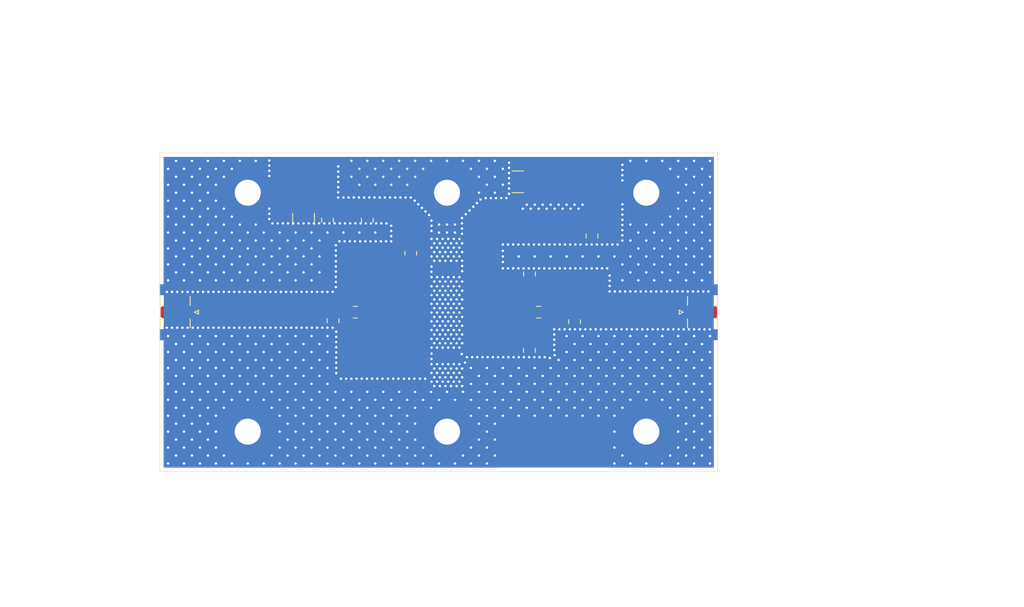
<source format=kicad_pcb>
(kicad_pcb (version 20240108) (generator "pcbnew") (generator_version "8.0")
  (title_block (title "20 W S-Band Amplifier") (date "2024-04-27") (rev "v1.0") (company "openEPR") (comment 1 "Timothy Keller"))
  (layers (0 "F.Cu" signal) (31 "B.Cu" signal) (34 "B.Paste" user) (35 "F.Paste" user) (36 "B.SilkS" user "B.Silkscreen") (37 "F.SilkS" user "F.Silkscreen") (38 "B.Mask" user) (39 "F.Mask" user) (44 "Edge.Cuts" user))
  (net 0 "")
  (net 1 "Net-(Q1-G)")
  (net 2 "Net-(J2-In)")
  (net 3 "Vd")
  (net 4 "GND")
  (net 5 "Net-(J1-In)")
  (net 6 "Vg")
  (footprint "Capacitor_SMD:C_0805_2012Metric" (layer "F.Cu") (at 91.5 90)
    (property "Reference" "C4" (hide yes))
    (property "Value" "12pF")
    (pad "1" smd roundrect (at -0.95 0) (size 1 1.45) (layers "F.Cu" "F.Paste" "F.Mask") (net 3 "Vd"))
    (pad "2" smd roundrect (at 0.95 0) (size 1 1.45) (layers "F.Cu" "F.Paste" "F.Mask") (net 5 "Net-(J1-In)"))
  )
  (footprint "B12T_MountingHole:4-40_Hole_Pad" (layer "F.Cu") (at 55 105)
    (property "Reference" "H2" (hide yes))
    (property "Value" "4-40")
    (pad "1" thru_hole circle (at 0 0) (size 5.5626 5.5626) (drill 3.2639) (layers "*.Cu" "*.Mask") (net 4 "GND"))
  )
  (footprint "B12T_MountingHole:4-40_Hole_Pad" (layer "F.Cu") (at 80 75)
    (property "Reference" "H1" (hide yes))
    (property "Value" "4-40")
    (pad "1" thru_hole circle (at 0 0) (size 5.5626 5.5626) (drill 3.2639) (layers "*.Cu" "*.Mask") (net 4 "GND"))
  )
  (footprint "Capacitor_SMD:C_0805_2012Metric" (layer "F.Cu") (at 98.19 80.45 -90)
    (property "Reference" "C11" (hide yes))
    (property "Value" "12pF")
    (pad "1" smd roundrect (at -0.95 0 270) (size 1 1.45) (layers "F.Cu" "F.Paste" "F.Mask") (net 3 "Vd"))
    (pad "2" smd roundrect (at 0.95 0 270) (size 1 1.45) (layers "F.Cu" "F.Paste" "F.Mask") (net 4 "GND"))
  )
  (footprint "B12T_MountingHole:4-40_Hole_Pad" (layer "F.Cu") (at 105 105)
    (property "Reference" "H4" (hide yes))
    (property "Value" "4-40")
    (pad "1" thru_hole circle (at 0 0) (size 5.5626 5.5626) (drill 3.2639) (layers "*.Cu" "*.Mask") (net 4 "GND"))
  )
  (footprint "Connector_Coaxial:SMA_Samtec_SMA-J-P-X-ST-EM1_EdgeMount" (layer "F.Cu") (at 46.0625 90 -90)
    (property "Reference" "J2" (hide yes))
    (property "Value" "Conn_Coaxial")
    (pad "1" smd rect (at 0 0.2 270) (size 1.27 3.6) (layers "F.Cu" "F.Paste" "F.Mask") (net 2 "Net-(J2-In)"))
    (pad "2" smd rect (at -2.825 0 270) (size 1.35 4.2) (layers "F.Cu" "F.Paste" "F.Mask") (net 4 "GND"))
    (pad "2" smd rect (at -2.825 0 270) (size 1.35 4.2) (layers "B.Cu" "B.Paste" "B.Mask") (net 4 "GND"))
    (pad "2" smd rect (at 2.825 0 270) (size 1.35 4.2) (layers "F.Cu" "F.Paste" "F.Mask") (net 4 "GND"))
    (pad "2" smd rect (at 2.825 0 270) (size 1.35 4.2) (layers "B.Cu" "B.Paste" "B.Mask") (net 4 "GND"))
  )
  (footprint "B12T_MountingHole:4-40_Hole_Pad" (layer "F.Cu") (at 55 75)
    (property "Reference" "H6" (hide yes))
    (property "Value" "4-40")
    (pad "1" thru_hole circle (at 0 0) (size 5.5626 5.5626) (drill 3.2639) (layers "*.Cu" "*.Mask") (net 4 "GND"))
  )
  (footprint "Capacitor_SMD:C_0805_2012Metric" (layer "F.Cu") (at 65 78.45 90)
    (property "Reference" "C8" (hide yes))
    (property "Value" "12pF")
    (pad "1" smd roundrect (at -0.95 0 90) (size 1 1.45) (layers "F.Cu" "F.Paste" "F.Mask") (net 4 "GND"))
    (pad "2" smd roundrect (at 0.95 0 90) (size 1 1.45) (layers "F.Cu" "F.Paste" "F.Mask") (net 6 "Vg"))
  )
  (footprint "Capacitor_SMD:C_0805_2012Metric" (layer "F.Cu") (at 65.7 91.075 -90)
    (property "Reference" "C6" (hide yes))
    (property "Value" "0.5pF")
    (pad "1" smd roundrect (at -0.95 0 270) (size 1 1.45) (layers "F.Cu" "F.Paste" "F.Mask") (net 2 "Net-(J2-In)"))
    (pad "2" smd roundrect (at 0.95 0 270) (size 1 1.45) (layers "F.Cu" "F.Paste" "F.Mask") (net 4 "GND"))
  )
  (footprint "Capacitor_SMD:C_0805_2012Metric" (layer "F.Cu") (at 96 91.2 90)
    (property "Reference" "C5" (hide yes))
    (property "Value" "1.2pF")
    (pad "1" smd roundrect (at -0.95 0 90) (size 1 1.45) (layers "F.Cu" "F.Paste" "F.Mask") (net 4 "GND"))
    (pad "2" smd roundrect (at 0.95 0 90) (size 1 1.45) (layers "F.Cu" "F.Paste" "F.Mask") (net 5 "Net-(J1-In)"))
  )
  (footprint "Capacitor_SMD:C_1210_3225Metric" (layer "F.Cu") (at 88.875 73.63 180)
    (property "Reference" "C10" (hide yes))
    (property "Value" "10uF")
    (pad "1" smd roundrect (at -1.475 0 180) (size 1.15 2.7) (layers "F.Cu" "F.Paste" "F.Mask") (roundrect_rratio 0.217391) (net 3 "Vd"))
    (pad "2" smd roundrect (at 1.475 0 180) (size 1.15 2.7) (layers "F.Cu" "F.Paste" "F.Mask") (roundrect_rratio 0.217391) (net 4 "GND"))
  )
  (footprint "Resistor_SMD:R_0805_2012Metric" (layer "F.Cu") (at 75.45 82.6 -90)
    (property "Reference" "R1" (hide yes))
    (property "Value" "5.1")
    (pad "1" smd roundrect (at -0.9125 0 270) (size 1.025 1.4) (layers "F.Cu" "F.Paste" "F.Mask") (roundrect_rratio 0.243902) (net 6 "Vg"))
    (pad "2" smd roundrect (at 0.9125 0 270) (size 1.025 1.4) (layers "F.Cu" "F.Paste" "F.Mask") (roundrect_rratio 0.243902) (net 1 "Net-(Q1-G)"))
  )
  (footprint "B12T_MountingHole:4-40_Hole_Pad" (layer "F.Cu") (at 105 75)
    (property "Reference" "H3" (hide yes))
    (property "Value" "4-40")
    (pad "1" thru_hole circle (at 0 0) (size 5.5626 5.5626) (drill 3.2639) (layers "*.Cu" "*.Mask") (net 4 "GND"))
  )
  (footprint "Capacitor_SMD:C_0805_2012Metric" (layer "F.Cu") (at 70 78.45 90)
    (property "Reference" "C7" (hide yes))
    (property "Value" "62pF")
    (pad "1" smd roundrect (at -0.95 0 90) (size 1 1.45) (layers "F.Cu" "F.Paste" "F.Mask") (net 4 "GND"))
    (pad "2" smd roundrect (at 0.95 0 90) (size 1 1.45) (layers "F.Cu" "F.Paste" "F.Mask") (net 6 "Vg"))
  )
  (footprint "B12T_MountingHole:4-40_Hole_Pad" (layer "F.Cu") (at 80 105)
    (property "Reference" "H5" (hide yes))
    (property "Value" "4-40")
    (pad "1" thru_hole circle (at 0 0) (size 5.5626 5.5626) (drill 3.2639) (layers "*.Cu" "*.Mask") (net 4 "GND"))
  )
  (footprint "Capacitor_SMD:C_0805_2012Metric" (layer "F.Cu") (at 90.35 85.2 90)
    (property "Reference" "C3" (hide yes))
    (property "Value" "1.8pF")
    (pad "1" smd roundrect (at -0.95 0 90) (size 1 1.45) (layers "F.Cu" "F.Paste" "F.Mask") (net 3 "Vd"))
    (pad "2" smd roundrect (at 0.95 0 90) (size 1 1.45) (layers "F.Cu" "F.Paste" "F.Mask") (net 4 "GND"))
  )
  (footprint "Capacitor_SMD:C_0805_2012Metric" (layer "F.Cu") (at 90.325 94.8 -90)
    (property "Reference" "C2" (hide yes))
    (property "Value" "2.2pF")
    (pad "1" smd roundrect (at -0.95 0 270) (size 1 1.45) (layers "F.Cu" "F.Paste" "F.Mask") (net 3 "Vd"))
    (pad "2" smd roundrect (at 0.95 0 270) (size 1 1.45) (layers "F.Cu" "F.Paste" "F.Mask") (net 4 "GND"))
  )
  (footprint "Capacitor_SMD:C_1210_3225Metric" (layer "F.Cu") (at 62 78.3 90)
    (property "Reference" "C9" (hide yes))
    (property "Value" "10uF")
    (pad "1" smd roundrect (at -1.475 0 90) (size 1.15 2.7) (layers "F.Cu" "F.Paste" "F.Mask") (roundrect_rratio 0.217391) (net 4 "GND"))
    (pad "2" smd roundrect (at 1.475 0 90) (size 1.15 2.7) (layers "F.Cu" "F.Paste" "F.Mask") (roundrect_rratio 0.217391) (net 6 "Vg"))
  )
  (footprint "Connector_Coaxial:SMA_Samtec_SMA-J-P-X-ST-EM1_EdgeMount" (layer "F.Cu") (at 111.8875 90 90)
    (property "Reference" "J1" (hide yes))
    (property "Value" "Conn_Coaxial")
    (pad "1" smd rect (at 0 0.2 90) (size 1.27 3.6) (layers "F.Cu" "F.Paste" "F.Mask") (net 5 "Net-(J1-In)"))
    (pad "2" smd rect (at -2.825 0 90) (size 1.35 4.2) (layers "F.Cu" "F.Paste" "F.Mask") (net 4 "GND"))
    (pad "2" smd rect (at -2.825 0 90) (size 1.35 4.2) (layers "B.Cu" "B.Paste" "B.Mask") (net 4 "GND"))
    (pad "2" smd rect (at 2.825 0 90) (size 1.35 4.2) (layers "F.Cu" "F.Paste" "F.Mask") (net 4 "GND"))
    (pad "2" smd rect (at 2.825 0 90) (size 1.35 4.2) (layers "B.Cu" "B.Paste" "B.Mask") (net 4 "GND"))
  )
  (footprint "Capacitor_SMD:C_0805_2012Metric" (layer "F.Cu") (at 68.5 90)
    (property "Reference" "C1" (hide yes))
    (property "Value" "5.6pF")
    (pad "1" smd roundrect (at -0.95 0) (size 1 1.45) (layers "F.Cu" "F.Paste" "F.Mask") (net 2 "Net-(J2-In)"))
    (pad "2" smd roundrect (at 0.95 0) (size 1 1.45) (layers "F.Cu" "F.Paste" "F.Mask") (net 1 "Net-(Q1-G)"))
  )
  (gr_poly (pts (xy 73.465 81.5) (xy 66.465 81.5) (xy 66.465 87.85) (xy 44.465 87.85) (xy 44.465 70.5) (xy 58.065 70.525) (xy 58.065 78.525) (xy 73.465 78.5)) (fill solid) (layer "F.Cu") (net 4))
  (gr_rect (start 91.815 89.25) (end 113.815 90.75) (fill solid) (layer "F.Cu") (net 5))
  (gr_poly (pts (xy 78.465 79) (xy 75.465 76) (xy 65.965 76) (xy 65.965 70.5) (xy 78.5 70.5)) (fill solid) (layer "F.Cu") (net 4))
  (gr_poly (pts (xy 86.465 85) (xy 99.965 85) (xy 99.965 87.9) (xy 113.465 87.9) (xy 113.465 70.5) (xy 101.465 70.5) (xy 101.465 80.9) (xy 86.465 80.9)) (fill solid) (layer "F.Cu") (net 4))
  (gr_rect (start 89 76) (end 97.5 77.5) (fill solid) (layer "F.Cu") (net 4))
  (gr_poly (pts (xy 81.5 79) (xy 84.5 76) (xy 88.1 76) (xy 88.1 70.5) (xy 81.465 70.5)) (fill solid) (layer "F.Cu") (net 4))
  (gr_rect (start 83.065 85.645) (end 91.065 94.355) (fill solid) (layer "F.Cu") (net 3))
  (gr_poly (pts (xy 44.465 91.5) (xy 66.465 91.5) (xy 66.465 98) (xy 77.965 98) (xy 77.965 95.175) (xy 92.965 95.175) (xy 92.915 91.65) (xy 113.415 91.65) (xy 113.465 109.5) (xy 100.5 109.5) (xy 100.465 104) (xy 86.5 104) (xy 86.5 109.5) (xy 44.465 109.5)) (fill solid) (layer "F.Cu") (net 4))
  (gr_rect (start 68.965 83) (end 76.965 97) (fill solid) (layer "F.Cu") (net 1))
  (gr_poly (pts (xy 74.965 82) (xy 74.965 78) (xy 59.865 78) (xy 59.865 70.5) (xy 64.465 70.5) (xy 64.465 77) (xy 74.9 77) (xy 75.965 78.1) (xy 75.965 82)) (fill solid) (layer "F.Cu") (net 6))
  (gr_poly (pts (xy 83.965 86) (xy 83.965 80) (xy 85.465 78.5) (xy 98.965 78.5) (xy 98.965 75) (xy 89.765 75) (xy 89.765 70.5) (xy 96.965 70.5) (xy 96.965 73.5) (xy 98.9 73.5) (xy 100.465 75.1) (xy 100.465 78.3) (xy 98.8 80) (xy 85.465 80) (xy 85.465 86)) (fill solid) (layer "F.Cu") (net 3))
  (gr_rect (start 77.715 70.5) (end 82.215 98.5) (fill solid) (layer "F.Cu") (net 4))
  (gr_rect (start 44.215 89.25) (end 68.065 90.75) (fill solid) (layer "F.Cu") (net 2))
  (gr_rect (start 44.465 70.5) (end 113.465 109.5) (fill solid) (layer "B.Cu") (net 4))
  (gr_line (start 43.965 70) (end 113.965 70) (stroke (width 0.05)) (layer "Edge.Cuts"))
  (gr_line (start 43.965 110) (end 43.965 70) (stroke (width 0.05)) (layer "Edge.Cuts"))
  (gr_line (start 113.965 70) (end 113.965 110) (stroke (width 0.05)) (layer "Edge.Cuts"))
  (gr_line (start 113.965 110) (end 43.965 110) (stroke (width 0.05)) (layer "Edge.Cuts"))
  (gr_text "${TITLE}\n${REVISION}\n${COMMENT1}\n0.8 mm FR4\n" (at 93.45 109 0) (layer "F.Cu") (effects (font (size 0.7 0.7) (thickness 0.12) (bold yes)) (justify bottom)))
  (via (at 79.1 82.45) (size 0.6) (drill 0.3) (layers "F.Cu" "B.Cu") (net 4))
  (via (at 73 101) (size 0.6) (drill 0.3) (layers "F.Cu" "B.Cu") (net 4))
  (via (at 60.7 78.85) (size 0.6) (drill 0.3) (layers "F.Cu" "B.Cu") (net 4))
  (via (at 96.1 84.5) (size 0.6) (drill 0.3) (layers "F.Cu" "B.Cu") (net 4))
  (via (at 69 80) (size 0.6) (drill 0.3) (layers "F.Cu" "B.Cu") (net 4))
  (via (at 93.45 94.75) (size 0.6) (drill 0.3) (layers "F.Cu" "B.Cu") (net 4))
  (via (at 58 81) (size 0.6) (drill 0.3) (layers "F.Cu" "B.Cu") (net 4))
  (via (at 75 101) (size 0.6) (drill 0.3) (layers "F.Cu" "B.Cu") (net 4))
  (via (at 63 97) (size 0.6) (drill 0.3) (layers "F.Cu" "B.Cu") (net 4))
  (via (at 102.55 92.15) (size 0.6) (drill 0.3) (layers "F.Cu" "B.Cu") (net 4))
  (via (at 93.45 93.45) (size 0.6) (drill 0.3) (layers "F.Cu" "B.Cu") (net 4))
  (via (at 89.6 84.5) (size 0.6) (drill 0.3) (layers "F.Cu" "B.Cu") (net 4))
  (via (at 80.15 91.15) (size 0.6) (drill 0.3) (layers "F.Cu" "B.Cu") (net 4))
  (via (at 66 108) (size 0.6) (drill 0.3) (layers "F.Cu" "B.Cu") (net 4))
  (via (at 60 108) (size 0.6) (drill 0.3) (layers "F.Cu" "B.Cu") (net 4))
  (via (at 54.6 87.45) (size 0.6) (drill 0.3) (layers "F.Cu" "B.Cu") (net 4))
  (via (at 101 83) (size 0.6) (drill 0.3) (layers "F.Cu" "B.Cu") (net 4))
  (via (at 73.25 98.35) (size 0.6) (drill 0.3) (layers "F.Cu" "B.Cu") (net 4))
  (via (at 68 98.35) (size 0.6) (drill 0.3) (layers "F.Cu" "B.Cu") (net 4))
  (via (at 96 76.5) (size 0.6) (drill 0.3) (layers "F.Cu" "B.Cu") (net 4))
  (via (at 63.3 78.85) (size 0.6) (drill 0.3) (layers "F.Cu" "B.Cu") (net 4))
  (via (at 85 101) (size 0.6) (drill 0.3) (layers "F.Cu" "B.Cu") (net 4))
  (via (at 97.5 84.5) (size 0.6) (drill 0.3) (layers "F.Cu" "B.Cu") (net 4))
  (via (at 101 93) (size 0.6) (drill 0.3) (layers "F.Cu" "B.Cu") (net 4))
  (via (at 52 87.45) (size 0.6) (drill 0.3) (layers "F.Cu" "B.Cu") (net 4))
  (via (at 50.05 91.95) (size 0.6) (drill 0.3) (layers "F.Cu" "B.Cu") (net 4))
  (via (at 110.2 87.4) (size 0.6) (drill 0.3) (layers "F.Cu" "B.Cu") (net 4))
  (via (at 81.55 91.15) (size 0.6) (drill 0.3) (layers "F.Cu" "B.Cu") (net 4))
  (via (at 59 97) (size 0.6) (drill 0.3) (layers "F.Cu" "B.Cu") (net 4))
  (via (at 50 104) (size 0.6) (drill 0.3) (layers "F.Cu" "B.Cu") (net 4))
  (via (at 46 106) (size 0.6) (drill 0.3) (layers "F.Cu" "B.Cu") (net 4))
  (via (at 73.9 98.35) (size 0.6) (drill 0.3) (layers "F.Cu" "B.Cu") (net 4))
  (via (at 49 78) (size 0.6) (drill 0.3) (layers "F.Cu" "B.Cu") (net 4))
  (via (at 94 102) (size 0.6) (drill 0.3) (layers "F.Cu" "B.Cu") (net 4))
  (via (at 52 71) (size 0.6) (drill 0.3) (layers "F.Cu" "B.Cu") (net 4))
  (via (at 71 105) (size 0.6) (drill 0.3) (layers "F.Cu" "B.Cu") (net 4))
  (via (at 78.05 79.15) (size 0.6) (drill 0.3) (layers "F.Cu" "B.Cu") (net 4))
  (via (at 88.3 81.5) (size 0.6) (drill 0.3) (layers "F.Cu" "B.Cu") (net 4))
  (via (at 69.75 81.1) (size 0.6) (drill 0.3) (layers "F.Cu" "B.Cu") (net 4))
  (via (at 46 100) (size 0.6) (drill 0.3) (layers "F.Cu" "B.Cu") (net 4))
  (via (at 52.65 87.45) (size 0.6) (drill 0.3) (layers "F.Cu" "B.Cu") (net 4))
  (via (at 78.05 81.9) (size 0.6) (drill 0.3) (layers "F.Cu" "B.Cu") (net 4))
  (via (at 93 103) (size 0.6) (drill 0.3) (layers "F.Cu" "B.Cu") (net 4))
  (via (at 51.35 87.45) (size 0.6) (drill 0.3) (layers "F.Cu" "B.Cu") (net 4))
  (via (at 64 104) (size 0.6) (drill 0.3) (layers "F.Cu" "B.Cu") (net 4))
  (via (at 83.3 76.75) (size 0.6) (drill 0.3) (layers "F.Cu" "B.Cu") (net 4))
  (via (at 72 71) (size 0.6) (drill 0.3) (layers "F.Cu" "B.Cu") (net 4))
  (via (at 53 95) (size 0.6) (drill 0.3) (layers "F.Cu" "B.Cu") (net 4))
  (via (at 93.5 81.5) (size 0.6) (drill 0.3) (layers "F.Cu" "B.Cu") (net 4))
  (via (at 92.2 81.5) (size 0.6) (drill 0.3) (layers "F.Cu" "B.Cu") (net 4))
  (via (at 78.4 99.275) (size 0.6) (drill 0.3) (layers "F.Cu" "B.Cu") (net 4))
  (via (at 60 104) (size 0.6) (drill 0.3) (layers "F.Cu" "B.Cu") (net 4))
  (via (at 56.55 87.45) (size 0.6) (drill 0.3) (layers "F.Cu" "B.Cu") (net 4))
  (via (at 59.4 78.85) (size 0.6) (drill 0.3) (layers "F.Cu" "B.Cu") (net 4))
  (via (at 68 108) (size 0.6) (drill 0.3) (layers "F.Cu" "B.Cu") (net 4))
  (via (at 46 94) (size 0.6) (drill 0.3) (layers "F.Cu" "B.Cu") (net 4))
  (via (at 108 84) (size 0.6) (drill 0.3) (layers "F.Cu" "B.Cu") (net 4))
  (via (at 105 71) (size 0.6) (drill 0.3) (layers "F.Cu" "B.Cu") (net 4))
  (via (at 102 80.35) (size 0.6) (drill 0.3) (layers "F.Cu" "B.Cu") (net 4))
  (via (at 81.9 84.85) (size 0.6) (drill 0.3) (layers "F.Cu" "B.Cu") (net 4))
  (via (at 54 81) (size 0.6) (drill 0.3) (layers "F.Cu" "B.Cu") (net 4))
  (via (at 57.7 72.25) (size 0.6) (drill 0.3) (layers "F.Cu" "B.Cu") (net 4))
  (via (at 61 97) (size 0.6) (drill 0.3) (layers "F.Cu" "B.Cu") (net 4))
  (via (at 52 98) (size 0.6) (drill 0.3) (layers "F.Cu" "B.Cu") (net 4))
  (via (at 52 91.95) (size 0.6) (drill 0.3) (layers "F.Cu" "B.Cu") (net 4))
  (via (at 73 79.8) (size 0.6) (drill 0.3) (layers "F.Cu" "B.Cu") (net 4))
  (via (at 79.45 86.75) (size 0.6) (drill 0.3) (layers "F.Cu" "B.Cu") (net 4))
  (via (at 100 100) (size 0.6) (drill 0.3) (layers "F.Cu" "B.Cu") (net 4))
  (via (at 47 86) (size 0.6) (drill 0.3) (layers "F.Cu" "B.Cu") (net 4))
  (via (at 105 79) (size 0.6) (drill 0.3) (layers "F.Cu" "B.Cu") (net 4))
  (via (at 102 73.45) (size 0.6) (drill 0.3) (layers "F.Cu" "B.Cu") (net 4))
  (via (at 98.15 81.5) (size 0.6) (drill 0.3) (layers "F.Cu" "B.Cu") (net 4))
  (via (at 104 100) (size 0.6) (drill 0.3) (layers "F.Cu" "B.Cu") (net 4))
  (via (at 70 108) (size 0.6) (drill 0.3) (layers "F.Cu" "B.Cu") (net 4))
  (via (at 112.3 92.15) (size 0.6) (drill 0.3) (layers "F.Cu" "B.Cu") (net 4))
  (via (at 107 79) (size 0.6) (drill 0.3) (layers "F.Cu" "B.Cu") (net 4))
  (via (at 78.05 97.625) (size 0.6) (drill 0.3) (layers "F.Cu" "B.Cu") (net 4))
  (via (at 90.25 84.5) (size 0.6) (drill 0.3) (layers "F.Cu" "B.Cu") (net 4))
  (via (at 108 98) (size 0.6) (drill 0.3) (layers "F.Cu" "B.Cu") (net 4))
  (via (at 80.15 96.525) (size 0.6) (drill 0.3) (layers "F.Cu" "B.Cu") (net 4))
  (via (at 87.775 73.175) (size 0.6) (drill 0.3) (layers "F.Cu" "B.Cu") (net 4))
  (via (at 79.8 92.8) (size 0.6) (drill 0.3) (layers "F.Cu" "B.Cu") (net 4))
  (via (at 80.15 97.625) (size 0.6) (drill 0.3) (layers "F.Cu" "B.Cu") (net 4))
  (via (at 54.6 91.95) (size 0.6) (drill 0.3) (layers "F.Cu" "B.Cu") (net 4))
  (via (at 69 103) (size 0.6) (drill 0.3) (layers "F.Cu" "B.Cu") (net 4))
  (via (at 76 102) (size 0.6) (drill 0.3) (layers "F.Cu" "B.Cu") (net 4))
  (via (at 48 73) (size 0.6) (drill 0.3) (layers "F.Cu" "B.Cu") (net 4))
  (via (at 100.4 85.4) (size 0.6) (drill 0.3) (layers "F.Cu" "B.Cu") (net 4))
  (via (at 80.85 96.525) (size 0.6) (drill 0.3) (layers "F.Cu" "B.Cu") (net 4))
  (via (at 61 86) (size 0.6) (drill 0.3) (layers "F.Cu" "B.Cu") (net 4))
  (via (at 81.9 88.4) (size 0.6) (drill 0.3) (layers "F.Cu" "B.Cu") (net 4))
  (via (at 55 93) (size 0.6) (drill 0.3) (layers "F.Cu" "B.Cu") (net 4))
  (via (at 103 99) (size 0.6) (drill 0.3) (layers "F.Cu" "B.Cu") (net 4))
  (via (at 70.4 81.1) (size 0.6) (drill 0.3) (layers "F.Cu" "B.Cu") (net 4))
  (via (at 47 95) (size 0.6) (drill 0.3) (layers "F.Cu" "B.Cu") (net 4))
  (via (at 82 100) (size 0.6) (drill 0.3) (layers "F.Cu" "B.Cu") (net 4))
  (via (at 93.45 92.8) (size 0.6) (drill 0.3) (layers "F.Cu" "B.Cu") (net 4))
  (via (at 71 80) (size 0.6) (drill 0.3) (layers "F.Cu" "B.Cu") (net 4))
  (via (at 63 103) (size 0.6) (drill 0.3) (layers "F.Cu" "B.Cu") (net 4))
  (via (at 98.8 84.5) (size 0.6) (drill 0.3) (layers "F.Cu" "B.Cu") (net 4))
  (via (at 50.7 91.95) (size 0.6) (drill 0.3) (layers "F.Cu" "B.Cu") (net 4))
  (via (at 65 87.45) (size 0.6) (drill 0.3) (layers "F.Cu" "B.Cu") (net 4))
  (via (at 109.05 92.15) (size 0.6) (drill 0.3) (layers "F.Cu" "B.Cu") (net 4))
  (via (at 113 73) (size 0.6) (drill 0.3) (layers "F.Cu" "B.Cu") (net 4))
  (via (at 86 71) (size 0.6) (drill 0.3) (layers "F.Cu" "B.Cu") (net 4))
  (via (at 81.875 78.85) (size 0.6) (drill 0.3) (layers "F.Cu" "B.Cu") (net 4))
  (via (at 59 93) (size 0.6) (drill 0.3) (layers "F.Cu" "B.Cu") (net 4))
  (via (at 80.5 86.15) (size 0.6) (drill 0.3) (layers "F.Cu" "B.Cu") (net 4))
  (via (at 80.5 81.35) (size 0.6) (drill 0.3) (layers "F.Cu" "B.Cu") (net 4))
  (via (at 72.4 78.85) (size 0.6) (drill 0.3) (layers "F.Cu" "B.Cu") (net 4))
  (via (at 81.2 81.35) (size 0.6) (drill 0.3) (layers "F.Cu" "B.Cu") (net 4))
  (via (at 81.9 83.55) (size 0.6) (drill 0.3) (layers "F.Cu" "B.Cu") (net 4))
  (via (at 100 94) (size 0.6) (drill 0.3) (layers "F.Cu" "B.Cu") (net 4))
  (via (at 102 72.15) (size 0.6) (drill 0.3) (layers "F.Cu" "B.Cu") (net 4))
  (via (at 87.45 75.675) (size 0.6) (drill 0.3) (layers "F.Cu" "B.Cu") (net 4))
  (via (at 79.1 81.35) (size 0.6) (drill 0.3) (layers "F.Cu" "B.Cu") (net 4))
  (via (at 63 109) (size 0.6) (drill 0.3) (layers "F.Cu" "B.Cu") (net 4))
  (via (at 50 73) (size 0.6) (drill 0.3) (layers "F.Cu" "B.Cu") (net 4))
  (via (at 79.8 83.55) (size 0.6) (drill 0.3) (layers "F.Cu" "B.Cu") (net 4))
  (via (at 66.1 95.7) (size 0.6) (drill 0.3) (layers "F.Cu" "B.Cu") (net 4))
  (via (at 53.3 87.45) (size 0.6) (drill 0.3) (layers "F.Cu" "B.Cu") (net 4))
  (via (at 109 81) (size 0.6) (drill 0.3) (layers "F.Cu" "B.Cu") (net 4))
  (via (at 80.5 88.4) (size 0.6) (drill 0.3) (layers "F.Cu" "B.Cu") (net 4))
  (via (at 58.5 87.45) (size 0.6) (drill 0.3) (layers "F.Cu" "B.Cu") (net 4))
  (via (at 93 76.5) (size 0.6) (drill 0.3) (layers "F.Cu" "B.Cu") (net 4))
  (via (at 67 75.6) (size 0.6) (drill 0.3) (layers "F.Cu" "B.Cu") (net 4))
  (via (at 79.8 90.6) (size 0.6) (drill 0.3) (layers "F.Cu" "B.Cu") (net 4))
  (via (at 51 74) (size 0.6) (drill 0.3) (layers "F.Cu" "B.Cu") (net 4))
  (via (at 86 108) (size 0.6) (drill 0.3) (layers "F.Cu" "B.Cu") (net 4))
  (via (at 78.4 83.55) (size 0.6) (drill 0.3) (layers "F.Cu" "B.Cu") (net 4))
  (via (at 101.05 87.4) (size 0.6) (drill 0.3) (layers "F.Cu" "B.Cu") (net 4))
  (via (at 95 97) (size 0.6) (drill 0.3) (layers "F.Cu" "B.Cu") (net 4))
  (via (at 52 73) (size 0.6) (drill 0.3) (layers "F.Cu" "B.Cu") (net 4))
  (via (at 50 81) (size 0.6) (drill 0.3) (layers "F.Cu" "B.Cu") (net 4))
  (via (at 46 77) (size 0.6) (drill 0.3) (layers "F.Cu" "B.Cu") (net 4))
  (via (at 55 109) (size 0.6) (drill 0.3) (layers "F.Cu" "B.Cu") (net 4))
  (via (at 104.95 87.4) (size 0.6) (drill 0.3) (layers "F.Cu" "B.Cu") (net 4))
  (via (at 85.75 95.65) (size 0.6) (drill 0.3) (layers "F.Cu" "B.Cu") (net 4))
  (via (at 77.25 98.35) (size 0.6) (drill 0.3) (layers "F.Cu" "B.Cu") (net 4))
  (via (at 102 79.05) (size 0.6) (drill 0.3) (layers "F.Cu" "B.Cu") (net 4))
  (via (at 103 109) (size 0.6) (drill 0.3) (layers "F.Cu" "B.Cu") (net 4))
  (via (at 86.4 95.65) (size 0.6) (drill 0.3) (layers "F.Cu" "B.Cu") (net 4))
  (via (at 81.85 95.25) (size 0.6) (drill 0.3) (layers "F.Cu" "B.Cu") (net 4))
  (via (at 66.05 82.9) (size 0.6) (drill 0.3) (layers "F.Cu" "B.Cu") (net 4))
  (via (at 85.5 75.675) (size 0.6) (drill 0.3) (layers "F.Cu" "B.Cu") (net 4))
  (via (at 46 102) (size 0.6) (drill 0.3) (layers "F.Cu" "B.Cu") (net 4))
  (via (at 59 82) (size 0.6) (drill 0.3) (layers "F.Cu" "B.Cu") (net 4))
  (via (at 62 81) (size 0.6) (drill 0.3) (layers "F.Cu" "B.Cu") (net 4))
  (via (at 48 100) (size 0.6) (drill 0.3) (layers "F.Cu" "B.Cu") (net 4))
  (via (at 47 97) (size 0.6) (drill 0.3) (layers "F.Cu" "B.Cu") (net 4))
  (via (at 51 93) (size 0.6) (drill 0.3) (layers "F.Cu" "B.Cu") (net 4))
  (via (at 80.85 90.05) (size 0.6) (drill 0.3) (layers "F.Cu" "B.Cu") (net 4))
  (via (at 65 109) (size 0.6) (drill 0.3) (layers "F.Cu" "B.Cu") (net 4))
  (via (at 101 103) (size 0.6) (drill 0.3) (layers "F.Cu" "B.Cu") (net 4))
  (via (at 75.25 98.35) (size 0.6) (drill 0.3) (layers "F.Cu" "B.Cu") (net 4))
  (via (at 83 101) (size 0.6) (drill 0.3) (layers "F.Cu" "B.Cu") (net 4))
  (via (at 79.1 86.15) (size 0.6) (drill 0.3) (layers "F.Cu" "B.Cu") (net 4))
  (via (at 51 86) (size 0.6) (drill 0.3) (layers "F.Cu" "B.Cu") (net 4))
  (via (at 111 109) (size 0.6) (drill 0.3) (layers "F.Cu" "B.Cu") (net 4))
  (via (at 85 74) (size 0.6) (drill 0.3) (layers "F.Cu" "B.Cu") (net 4))
  (via (at 109 83) (size 0.6) (drill 0.3) (layers "F.Cu" "B.Cu") (net 4))
  (via (at 81.55 88.95) (size 0.6) (drill 0.3) (layers "F.Cu" "B.Cu") (net 4))
  (via (at 105.8 92.15) (size 0.6) (drill 0.3) (layers "F.Cu" "B.Cu") (net 4))
  (via (at 78.4 87.3) (size 0.6) (drill 0.3) (layers "F.Cu" "B.Cu") (net 4))
  (via (at 79.1 90.6) (size 0.6) (drill 0.3) (layers "F.Cu" "B.Cu") (net 4))
  (via (at 69 101) (size 0.6) (drill 0.3) (layers "F.Cu" "B.Cu") (net 4))
  (via (at 98 100) (size 0.6) (drill 0.3) (layers "F.Cu" "B.Cu") (net 4))
  (via (at 87.775 75.125) (size 0.6) (drill 0.3) (layers "F.Cu" "B.Cu") (net 4))
  (via (at 62.65 78.85) (size 0.6) (drill 0.3) (layers "F.Cu" "B.Cu") (net 4))
  (via (at 98.65 92.15) (size 0.6) (drill 0.3) (layers "F.Cu" "B.Cu") (net 4))
  (via (at 95 95) (size 0.6) (drill 0.3) (layers "F.Cu" "B.Cu") (net 4))
  (via (at 76 106) (size 0.6) (drill 0.3) (layers "F.Cu" "B.Cu") (net 4))
  (via (at 81.55 80.8) (size 0.6) (drill 0.3) (layers "F.Cu" "B.Cu") (net 4))
  (via (at 78.05 88.95) (size 0.6) (drill 0.3) (layers "F.Cu" "B.Cu") (net 4))
  (via (at 45 80) (size 0.6) (drill 0.3) (layers "F.Cu" "B.Cu") (net 4))
  (via (at 58 94) (size 0.6) (drill 0.3) (layers "F.Cu" "B.Cu") (net 4))
  (via (at 109 85) (size 0.6) (drill 0.3) (layers "F.Cu" "B.Cu") (net 4))
  (via (at 52 102) (size 0.6) (drill 0.3) (layers "F.Cu" "B.Cu") (net 4))
  (via (at 50 100) (size 0.6) (drill 0.3) (layers "F.Cu" "B.Cu") (net 4))
  (via (at 67 105) (size 0.6) (drill 0.3) (layers "F.Cu" "B.Cu") (net 4))
  (via (at 93 83) (size 0.6) (drill 0.3) (layers "F.Cu" "B.Cu") (net 4))
  (via (at 103 97) (size 0.6) (drill 0.3) (layers "F.Cu" "B.Cu") (net 4))
  (via (at 96.5 77) (size 0.6) (drill 0.3) (layers "F.Cu" "B.Cu") (net 4))
  (via (at 67 101) (size 0.6) (drill 0.3) (layers "F.Cu" "B.Cu") (net 4))
  (via (at 111 85) (size 0.6) (drill 0.3) (layers "F.Cu" "B.Cu") (net 4))
  (via (at 91 76.5) (size 0.6) (drill 0.3) (layers "F.Cu" "B.Cu") (net 4))
  (via (at 105 93) (size 0.6) (drill 0.3) (layers "F.Cu" "B.Cu") (net 4))
  (via (at 99 93) (size 0.6) (drill 0.3) (layers "F.Cu" "B.Cu") (net 4))
  (via (at 107 93) (size 0.6) (drill 0.3) (layers "F.Cu" "B.Cu") (net 4))
  (via (at 82 108) (size 0.6) (drill 0.3) (layers "F.Cu" "B.Cu") (net 4))
  (via (at 79.1 99.275) (size 0.6) (drill 0.3) (layers "F.Cu" "B.Cu") (net 4))
  (via (at 45 84) (size 0.6) (drill 0.3) (layers "F.Cu" "B.Cu") (net 4))
  (via (at 78 108) (size 0.6) (drill 0.3) (layers "F.Cu" "B.Cu") (net 4))
  (via (at 81.875 79.5) (size 0.6) (drill 0.3) (layers "F.Cu" "B.Cu") (net 4))
  (via (at 96.75 81.5) (size 0.6) (drill 0.3) (layers "F.Cu" "B.Cu") (net 4))
  (via (at 93 97) (size 0.6) (drill 0.3) (layers "F.Cu" "B.Cu") (net 4))
  (via (at 75.95 76) (size 0.6) (drill 0.3) (layers "F.Cu" "B.Cu") (net 4))
  (via (at 63 105) (size 0.6) (drill 0.3) (layers "F.Cu" "B.Cu") (net 4))
  (via (at 102 71.5) (size 0.6) (drill 0.3) (layers "F.Cu" "B.Cu") (net 4))
  (via (at 66.05 84.25) (size 0.6) (drill 0.3) (layers "F.Cu" "B.Cu") (net 4))
  (via (at 111 83) (size 0.6) (drill 0.3) (layers "F.Cu" "B.Cu") (net 4))
  (via (at 84 102) (size 0.6) (drill 0.3) (layers "F.Cu" "B.Cu") (net 4))
  (via (at 101 97) (size 0.6) (drill 0.3) (layers "F.Cu" "B.Cu") (net 4))
  (via (at 78.05 95.875) (size 0.6) (drill 0.3) (layers "F.Cu" "B.Cu") (net 4))
  (via (at 46 98) (size 0.6) (drill 0.3) (layers "F.Cu" "B.Cu") (net 4))
  (via (at 55 86) (size 0.6) (drill 0.3) (layers "F.Cu" "B.Cu") (net 4))
  (via (at 81.9 92.8) (size 0.6) (drill 0.3) (layers "F.Cu" "B.Cu") (net 4))
  (via (at 45 107) (size 0.6) (drill 0.3) (layers "F.Cu" "B.Cu") (net 4))
  (via (at 89 83) (size 0.6) (drill 0.3) (layers "F.Cu" "B.Cu") (net 4))
  (via (at 57.7 77) (size 0.6) (drill 0.3) (layers "F.Cu" "B.Cu") (net 4))
  (via (at 51 97) (size 0.6) (drill 0.3) (layers "F.Cu" "B.Cu") (net 4))
  (via (at 93 101) (size 0.6) (drill 0.3) (layers "F.Cu" "B.Cu") (net 4))
  (via (at 105 99) (size 0.6) (drill 0.3) (layers "F.Cu" "B.Cu") (net 4))
  (via (at 112 76) (size 0.6) (drill 0.3) (layers "F.Cu" "B.Cu") (net 4))
  (via (at 81.55 94.45) (size 0.6) (drill 0.3) (layers "F.Cu" "B.Cu") (net 4))
  (via (at 65 107) (size 0.6) (drill 0.3) (layers "F.Cu" "B.Cu") (net 4))
  (via (at 48 108) (size 0.6) (drill 0.3) (layers "F.Cu" "B.Cu") (net 4))
  (via (at 89 95.65) (size 0.6) (drill 0.3) (layers "F.Cu" "B.Cu") (net 4))
  (via (at 92.2 84.5) (size 0.6) (drill 0.3) (layers "F.Cu" "B.Cu") (net 4))
  (via (at 100.4 86.05) (size 0.6) (drill 0.3) (layers "F.Cu" "B.Cu") (net 4))
  (via (at 112 100) (size 0.6) (drill 0.3) (layers "F.Cu" "B.Cu") (net 4))
  (via (at 87 74) (size 0.6) (drill 0.3) (layers "F.Cu" "B.Cu") (net 4))
  (via (at 80.85 88.95) (size 0.6) (drill 0.3) (layers "F.Cu" "B.Cu") (net 4))
  (via (at 87.7 95.65) (size 0.6) (drill 0.3) (layers "F.Cu" "B.Cu") (net 4))
  (via (at 66.1 97) (size 0.6) (drill 0.3) (layers "F.Cu" "B.Cu") (net 4))
  (via (at 86 106) (size 0.6) (drill 0.3) (layers "F.Cu" "B.Cu") (net 4))
  (via (at 64 108) (size 0.6) (drill 0.3) (layers "F.Cu" "B.Cu") (net 4))
  (via (at 103 87.4) (size 0.6) (drill 0.3) (layers "F.Cu" "B.Cu") (net 4))
  (via (at 87 99) (size 0.6) (drill 0.3) (layers "F.Cu" "B.Cu") (net 4))
  (via (at 78.75 92.25) (size 0.6) (drill 0.3) (layers "F.Cu" "B.Cu") (net 4))
  (via (at 101.7 87.4) (size 0.6) (drill 0.3) (layers "F.Cu" "B.Cu") (net 4))
  (via (at 85 107) (size 0.6) (drill 0.3) (layers "F.Cu" "B.Cu") (net 4))
  (via (at 45 95) (size 0.6) (drill 0.3) (layers "F.Cu" "B.Cu") (net 4))
  (via (at 109 75) (size 0.6) (drill 0.3) (layers "F.Cu" "B.Cu") (net 4))
  (via (at 57 82) (size 0.6) (drill 0.3) (layers "F.Cu" "B.Cu") (net 4))
  (via (at 58 96) (size 0.6) (drill 0.3) (layers "F.Cu" "B.Cu") (net 4))
  (via (at 52 77) (size 0.6) (drill 0.3) (layers "F.Cu" "B.Cu") (net 4))
  (via (at 46 108) (size 0.6) (drill 0.3) (layers "F.Cu" "B.Cu") (net 4))
  (via (at 81.55 92.25) (size 0.6) (drill 0.3) (layers "F.Cu" "B.Cu") (net 4))
  (via (at 79.1 92.8) (size 0.6) (drill 0.3) (layers "F.Cu" "B.Cu") (net 4))
  (via (at 72 108) (size 0.6) (drill 0.3) (layers "F.Cu" "B.Cu") (net 4))
  (via (at 87 101) (size 0.6) (drill 0.3) (layers "F.Cu" "B.Cu") (net 4))
  (via (at 76 104) (size 0.6) (drill 0.3) (layers "F.Cu" "B.Cu") (net 4))
  (via (at 71.55 75.6) (size 0.6) (drill 0.3) (layers "F.Cu" "B.Cu") (net 4))
  (via (at 49.4 91.95) (size 0.6) (drill 0.3) (layers "F.Cu" "B.Cu") (net 4))
  (via (at 93.45 92.15) (size 0.6) (drill 0.3) (layers "F.Cu" "B.Cu") (net 4))
  (via (at 69 109) (size 0.6) (drill 0.3) (layers "F.Cu" "B.Cu") (net 4))
  (via (at 94 76.5) (size 0.6) (drill 0.3) (layers "F.Cu" "B.Cu") (net 4))
  (via (at 50.05 87.45) (size 0.6) (drill 0.3) (layers "F.Cu" "B.Cu") (net 4))
  (via (at 50 77) (size 0.6) (drill 0.3) (layers "F.Cu" "B.Cu") (net 4))
  (via (at 65 91.95) (size 0.6) (drill 0.3) (layers "F.Cu" "B.Cu") (net 4))
  (via (at 97 97) (size 0.6) (drill 0.3) (layers "F.Cu" "B.Cu") (net 4))
  (via (at 107 71) (size 0.6) (drill 0.3) (layers "F.Cu" "B.Cu") (net 4))
  (via (at 45 103) (size 0.6) (drill 0.3) (layers "F.Cu" "B.Cu") (net 4))
  (via (at 75.45 75.6) (size 0.6) (drill 0.3) (layers "F.Cu" "B.Cu") (net 4))
  (via (at 84 106) (size 0.6) (drill 0.3) (layers "F.Cu" "B.Cu") (net 4))
  (via (at 90.95 95.65) (size 0.6) (drill 0.3) (layers "F.Cu" "B.Cu") (net 4))
  (via (at 67 80) (size 0.6) (drill 0.3) (layers "F.Cu" "B.Cu") (net 4))
  (via (at 51 109) (size 0.6) (drill 0.3) (layers "F.Cu" "B.Cu") (net 4))
  (via (at 87.775 71.875) (size 0.6) (drill 0.3) (layers "F.Cu" "B.Cu") (net 4))
  (via (at 97 83) (size 0.6) (drill 0.3) (layers "F.Cu" "B.Cu") (net 4))
  (via (at 51 80) (size 0.6) (drill 0.3) (layers "F.Cu" "B.Cu") (net 4))
  (via (at 102 94) (size 0.6) (drill 0.3) (layers "F.Cu" "B.Cu") (net 4))
  (via (at 53 99) (size 0.6) (drill 0.3) (layers "F.Cu" "B.Cu") (net 4))
  (via (at 81.9 98.175) (size 0.6) (drill 0.3) (layers "F.Cu" "B.Cu") (net 4))
  (via (at 92.85 84.5) (size 0.6) (drill 0.3) (layers "F.Cu" "B.Cu") (net 4))
  (via (at 60 106) (size 0.6) (drill 0.3) (layers "F.Cu" "B.Cu") (net 4))
  (via (at 49 80) (size 0.6) (drill 0.3) (layers "F.Cu" "B.Cu") (net 4))
  (via (at 92.9 95.75) (size 0.6) (drill 0.3) (layers "F.Cu" "B.Cu") (net 4))
  (via (at 46.8 91.95) (size 0.6) (drill 0.3) (layers "F.Cu" "B.Cu") (net 4))
  (via (at 83.75 76.3) (size 0.6) (drill 0.3) (layers "F.Cu" "B.Cu") (net 4))
  (via (at 70.45 78.85) (size 0.6) (drill 0.3) (layers "F.Cu" "B.Cu") (net 4))
  (via (at 54 79) (size 0.6) (drill 0.3) (layers "F.Cu" "B.Cu") (net 4))
  (via (at 59.15 87.45) (size 0.6) (drill 0.3) (layers "F.Cu" "B.Cu") (net 4))
  (via (at 79.8 93.9) (size 0.6) (drill 0.3) (layers "F.Cu" "B.Cu") (net 4))
  (via (at 84 108) (size 0.6) (drill 0.3) (layers "F.Cu" "B.Cu") (net 4))
  (via (at 78.75 87.85) (size 0.6) (drill 0.3) (layers "F.Cu" "B.Cu") (net 4))
  (via (at 108 72) (size 0.6) (drill 0.3) (layers "F.Cu" "B.Cu") (net 4))
  (via (at 95 99) (size 0.6) (drill 0.3) (layers "F.Cu" "B.Cu") (net 4))
  (via (at 64 96) (size 0.6) (drill 0.3) (layers "F.Cu" "B.Cu") (net 4))
  (via (at 59 103) (size 0.6) (drill 0.3) (layers "F.Cu" "B.Cu") (net 4))
  (via (at 88 98) (size 0.6) (drill 0.3) (layers "F.Cu" "B.Cu") (net 4))
  (via (at 45 93) (size 0.6) (drill 0.3) (layers "F.Cu" "B.Cu") (net 4))
  (via (at 78.05 85.6) (size 0.6) (drill 0.3) (layers "F.Cu" "B.Cu") (net 4))
  (via (at 93 99) (size 0.6) (drill 0.3) (layers "F.Cu" "B.Cu") (net 4))
  (via (at 80.85 85.6) (size 0.6) (drill 0.3) (layers "F.Cu" "B.Cu") (net 4))
  (via (at 76.85 76.9) (size 0.6) (drill 0.3) (layers "F.Cu" "B.Cu") (net 4))
  (via (at 53 97) (size 0.6) (drill 0.3) (layers "F.Cu" "B.Cu") (net 4))
  (via (at 58 102) (size 0.6) (drill 0.3) (layers "F.Cu" "B.Cu") (net 4))
  (via (at 48.1 87.45) (size 0.6) (drill 0.3) (layers "F.Cu" "B.Cu") (net 4))
  (via (at 89 99) (size 0.6) (drill 0.3) (layers "F.Cu" "B.Cu") (net 4))
  (via (at 51 105) (size 0.6) (drill 0.3) (layers "F.Cu" "B.Cu") (net 4))
  (via (at 108 102) (size 0.6) (drill 0.3) (layers "F.Cu" "B.Cu") (net 4))
  (via (at 95.45 84.5) (size 0.6) (drill 0.3) (layers "F.Cu" "B.Cu") (net 4))
  (via (at 51 103) (size 0.6) (drill 0.3) (layers "F.Cu" "B.Cu") (net 4))
  (via (at 78.4 93.9) (size 0.6) (drill 0.3) (layers "F.Cu" "B.Cu") (net 4))
  (via (at 99.45 81.5) (size 0.6) (drill 0.3) (layers "F.Cu" "B.Cu") (net 4))
  (via (at 49 107) (size 0.6) (drill 0.3) (layers "F.Cu" "B.Cu") (net 4))
  (via (at 112 86) (size 0.6) (drill 0.3) (layers "F.Cu" "B.Cu") (net 4))
  (via (at 70 106) (size 0.6) (drill 0.3) (layers "F.Cu" "B.Cu") (net 4))
  (via (at 81.9 99.275) (size 0.6) (drill 0.3) (layers "F.Cu" "B.Cu") (net 4))
  (via (at 78.05 92.25) (size 0.6) (drill 0.3) (layers "F.Cu" "B.Cu") (net 4))
  (via (at 48 106) (size 0.6) (drill 0.3) (layers "F.Cu" "B.Cu") (net 4))
  (via (at 110 82) (size 0.6) (drill 0.3) (layers "F.Cu" "B.Cu") (net 4))
  (via (at 68 73) (size 0.6) (drill 0.3) (layers "F.Cu" "B.Cu") (net 4))
  (via (at 81.2 98.175) (size 0.6) (drill 0.3) (layers "F.Cu" "B.Cu") (net 4))
  (via (at 68 100) (size 0.6) (drill 0.3) (layers "F.Cu" "B.Cu") (net 4))
  (via (at 65 95) (size 0.6) (drill 0.3) (layers "F.Cu" "B.Cu") (net 4))
  (via (at 98.15 84.5) (size 0.6) (drill 0.3) (layers "F.Cu" "B.Cu") (net 4))
  (via (at 71.75 78.85) (size 0.6) (drill 0.3) (layers "F.Cu" "B.Cu") (net 4))
  (via (at 54 71) (size 0.6) (drill 0.3) (layers "F.Cu" "B.Cu") (net 4))
  (via (at 88 102) (size 0.6) (drill 0.3) (layers "F.Cu" "B.Cu") (net 4))
  (via (at 78.75 93.35) (size 0.6) (drill 0.3) (layers "F.Cu" "B.Cu") (net 4))
  (via (at 47 80) (size 0.6) (drill 0.3) (layers "F.Cu" "B.Cu") (net 4))
  (via (at 113 93) (size 0.6) (drill 0.3) (layers "F.Cu" "B.Cu") (net 4))
  (via (at 78.4 89.5) (size 0.6) (drill 0.3) (layers "F.Cu" "B.Cu") (net 4))
  (via (at 87 84.5) (size 0.6) (drill 0.3) (layers "F.Cu" "B.Cu") (net 4))
  (via (at 109 101) (size 0.6) (drill 0.3) (layers "F.Cu" "B.Cu") (net 4))
  (via (at 55 80) (size 0.6) (drill 0.3) (layers "F.Cu" "B.Cu") (net 4))
  (via (at 113 97) (size 0.6) (drill 0.3) (layers "F.Cu" "B.Cu") (net 4))
  (via (at 96.05 92.15) (size 0.6) (drill 0.3) (layers "F.Cu" "B.Cu") (net 4))
  (via (at 103 95) (size 0.6) (drill 0.3) (layers "F.Cu" "B.Cu") (net 4))
  (via (at 66.1 94.4) (size 0.6) (drill 0.3) (layers "F.Cu" "B.Cu") (net 4))
  (via (at 103 83) (size 0.6) (drill 0.3) (layers "F.Cu" "B.Cu") (net 4))
  (via (at 62 100) (size 0.6) (drill 0.3) (layers "F.Cu" "B.Cu") (net 4))
  (via (at 60.05 78.85) (size 0.6) (drill 0.3) (layers "F.Cu" "B.Cu") (net 4))
  (via (at 99.95 92.15) (size 0.6) (drill 0.3) (layers "F.Cu" "B.Cu") (net 4))
  (via (at 80.15 93.35) (size 0.6) (drill 0.3) (layers "F.Cu" "B.Cu") (net 4))
  (via (at 97.5 81.5) (size 0.6) (drill 0.3) (layers "F.Cu" "B.Cu") (net 4))
  (via (at 113 107) (size 0.6) (drill 0.3) (layers "F.Cu" "B.Cu") (net 4))
  (via (at 80.5 89.5) (size 0.6) (drill 0.3) (layers "F.Cu" "B.Cu") (net 4))
  (via (at 45 101) (size 0.6) (drill 0.3) (layers "F.Cu" "B.Cu") (net 4))
  (via (at 85 72) (size 0.6) (drill 0.3) (layers "F.Cu" "B.Cu") (net 4))
  (via (at 70.25 75.6) (size 0.6) (drill 0.3) (layers "F.Cu" "B.Cu") (net 4))
  (via (at 72 104) (size 0.6) (drill 0.3) (layers "F.Cu" "B.Cu") (net 4))
  (via (at 81.2 83.55) (size 0.6) (drill 0.3) (layers "F.Cu" "B.Cu") (net 4))
  (via (at 101 101) (size 0.6) (drill 0.3) (layers "F.Cu" "B.Cu") (net 4))
  (via (at 80.5 91.7) (size 0.6) (drill 0.3) (layers "F.Cu" "B.Cu") (net 4))
  (via (at 95 103) (size 0.6) (drill 0.3) (layers "F.Cu" "B.Cu") (net 4))
  (via (at 107 83) (size 0.6) (drill 0.3) (layers "F.Cu" "B.Cu") (net 4))
  (via (at 81.9 91.7) (size 0.6) (drill 0.3) (layers "F.Cu" "B.Cu") (net 4))
  (via (at 81.2 88.4) (size 0.6) (drill 0.3) (layers "F.Cu" "B.Cu") (net 4))
  (via (at 58.1 78.85) (size 0.6) (drill 0.3) (layers "F.Cu" "B.Cu") (net 4))
  (via (at 104 96) (size 0.6) (drill 0.3) (layers "F.Cu" "B.Cu") (net 4))
  (via (at 94.8 84.5) (size 0.6) (drill 0.3) (layers "F.Cu" "B.Cu") (net 4))
  (via (at 110 100) (size 0.6) (drill 0.3) (layers "F.Cu" "B.Cu") (net 4))
  (via (at 72.35 81.1) (size 0.6) (drill 0.3) (layers "F.Cu" "B.Cu") (net 4))
  (via (at 91 103) (size 0.6) (drill 0.3) (layers "F.Cu" "B.Cu") (net 4))
  (via (at 72.2 75.6) (size 0.6) (drill 0.3) (layers "F.Cu" "B.Cu") (net 4))
  (via (at 81 109) (size 0.6) (drill 0.3) (layers "F.Cu" "B.Cu") (net 4))
  (via (at 79 109) (size 0.6) (drill 0.3) (layers "F.Cu" "B.Cu") (net 4))
  (via (at 109 107) (size 0.6) (drill 0.3) (layers "F.Cu" "B.Cu") (net 4))
  (via (at 61.75 91.95) (size 0.6) (drill 0.3) (layers "F.Cu" "B.Cu") (net 4))
  (via (at 66 102) (size 0.6) (drill 0.3) (layers "F.Cu" "B.Cu") (net 4))
  (via (at 109 105) (size 0.6) (drill 0.3) (layers "F.Cu" "B.Cu") (net 4))
  (via (at 101.4 81.5) (size 0.6) (drill 0.3) (layers "F.Cu" "B.Cu") (net 4))
  (via (at 66.05 84.9) (size 0.6) (drill 0.3) (layers "F.Cu" "B.Cu") (net 4))
  (via (at 46 71) (size 0.6) (drill 0.3) (layers "F.Cu" "B.Cu") (net 4))
  (via (at 52 100) (size 0.6) (drill 0.3) (layers "F.Cu" "B.Cu") (net 4))
  (via (at 71 103) (size 0.6) (drill 0.3) (layers "F.Cu" "B.Cu") (net 4))
  (via (at 101 109) (size 0.6) (drill 0.3) (layers "F.Cu" "B.Cu") (net 4))
  (via (at 98 102) (size 0.6) (drill 0.3) (layers "F.Cu" "B.Cu") (net 4))
  (via (at 79.8 91.7) (size 0.6) (drill 0.3) (layers "F.Cu" "B.Cu") (net 4))
  (via (at 79.45 90.05) (size 0.6) (drill 0.3) (layers "F.Cu" "B.Cu") (net 4))
  (via (at 80.85 91.15) (size 0.6) (drill 0.3) (layers "F.Cu" "B.Cu") (net 4))
  (via (at 79.45 80.8) (size 0.6) (drill 0.3) (layers "F.Cu" "B.Cu") (net 4))
  (via (at 48 98) (size 0.6) (drill 0.3) (layers "F.Cu" "B.Cu") (net 4))
  (via (at 78.75 96.525) (size 0.6) (drill 0.3) (layers "F.Cu" "B.Cu") (net 4))
  (via (at 70 100) (size 0.6) (drill 0.3) (layers "F.Cu" "B.Cu") (net 4))
  (via (at 86.15 75.675) (size 0.6) (drill 0.3) (layers "F.Cu" "B.Cu") (net 4))
  (via (at 60 85) (size 0.6) (drill 0.3) (layers "F.Cu" "B.Cu") (net 4))
  (via (at 79.45 87.85) (size 0.6) (drill 0.3) (layers "F.Cu" "B.Cu") (net 4))
  (via (at 61 84) (size 0.6) (drill 0.3) (layers "F.Cu" "B.Cu") (net 4))
  (via (at 79.8 98.175) (size 0.6) (drill 0.3) (layers "F.Cu" "B.Cu") (net 4))
  (via (at 109 103) (size 0.6) (drill 0.3) (layers "F.Cu" "B.Cu") (net 4))
  (via (at 113 109) (size 0.6) (drill 0.3) (layers "F.Cu" "B.Cu") (net 4))
  (via (at 52 79) (size 0.6) (drill 0.3) (layers "F.Cu" "B.Cu") (net 4))
  (via (at 111.65 92.15) (size 0.6) (drill 0.3) (layers "F.Cu" "B.Cu") (net 4))
  (via (at 49 105) (size 0.6) (drill 0.3) (layers "F.Cu" "B.Cu") (net 4))
  (via (at 69.8 78.85) (size 0.6) (drill 0.3) (layers "F.Cu" "B.Cu") (net 4))
  (via (at 87.05 95.65) (size 0.6) (drill 0.3) (layers "F.Cu" "B.Cu") (net 4))
  (via (at 48 71) (size 0.6) (drill 0.3) (layers "F.Cu" "B.Cu") (net 4))
  (via (at 110 102) (size 0.6) (drill 0.3) (layers "F.Cu" "B.Cu") (net 4))
  (via (at 47 74) (size 0.6) (drill 0.3) (layers "F.Cu" "B.Cu") (net 4))
  (via (at 83 72) (size 0.6) (drill 0.3) (layers "F.Cu" "B.Cu") (net 4))
  (via (at 94.75 92.15) (size 0.6) (drill 0.3) (layers "F.Cu" "B.Cu") (net 4))
  (via (at 84.85 75.675) (size 0.6) (drill 0.3) (layers "F.Cu" "B.Cu") (net 4))
  (via (at 59.15 91.95) (size 0.6) (drill 0.3) (layers "F.Cu" "B.Cu") (net 4))
  (via (at 48 85) (size 0.6) (drill 0.3) (layers "F.Cu" "B.Cu") (net 4))
  (via (at 57 109) (size 0.6) (drill 0.3) (layers "F.Cu" "B.Cu") (net 4))
  (via (at 99.3 92.15) (size 0.6) (drill 0.3) (layers "F.Cu" "B.Cu") (net 4))
  (via (at 51 107) (size 0.6) (drill 0.3) (layers "F.Cu" "B.Cu") (net 4))
  (via (at 61.35 78.85) (size 0.6) (drill 0.3) (layers "F.Cu" "B.Cu") (net 4))
  (via (at 94 100) (size 0.6) (drill 0.3) (layers "F.Cu" "B.Cu") (net 4))
  (via (at 83.15 95.65) (size 0.6) (drill 0.3) (layers "F.Cu" "B.Cu") (net 4))
  (via (at 98 94) (size 0.6) (drill 0.3) (layers "F.Cu" "B.Cu") (net 4))
  (via (at 69 72) (size 0.6) (drill 0.3) (layers "F.Cu" "B.Cu") (net 4))
  (via (at 54 94) (size 0.6) (drill 0.3) (layers "F.Cu" "B.Cu") (net 4))
  (via (at 98 96) (size 0.6) (drill 0.3) (layers "F.Cu" "B.Cu") (net 4))
  (via (at 65 101) (size 0.6) (drill 0.3) (layers "F.Cu" "B.Cu") (net 4))
  (via (at 80.5 98.175) (size 0.6) (drill 0.3) (layers "F.Cu" "B.Cu") (net 4))
  (via (at 67.8 81.1) (size 0.6) (drill 0.3) (layers "F.Cu" "B.Cu") (net 4))
  (via (at 104 94) (size 0.6) (drill 0.3) (layers "F.Cu" "B.Cu") (net 4))
  (via (at 51 101) (size 0.6) (drill 0.3) (layers "F.Cu" "B.Cu") (net 4))
  (via (at 80.85 98.725) (size 0.6) (drill 0.3) (layers "F.Cu" "B.Cu") (net 4))
  (via (at 65 93) (size 0.6) (drill 0.3) (layers "F.Cu" "B.Cu") (net 4))
  (via (at 103 81) (size 0.6) (drill 0.3) (layers "F.Cu" "B.Cu") (net 4))
  (via (at 79 101) (size 0.6) (drill 0.3) (layers "F.Cu" "B.Cu") (net 4))
  (via (at 107 109) (size 0.6) (drill 0.3) (layers "F.Cu" "B.Cu") (net 4))
  (via (at 50 94) (size 0.6) (drill 0.3) (layers "F.Cu" "B.Cu") (net 4))
  (via (at 108 96) (size 0.6) (drill 0.3) (layers "F.Cu" "B.Cu") (net 4))
  (via (at 50 96) (size 0.6) (drill 0.3) (layers "F.Cu" "B.Cu") (net 4))
  (via (at 49 95) (size 0.6) (drill 0.3) (layers "F.Cu" "B.Cu") (net 4))
  (via (at 73 109) (size 0.6) (drill 0.3) (layers "F.Cu" "B.Cu") (net 4))
  (via (at 94.8 81.5) (size 0.6) (drill 0.3) (layers "F.Cu" "B.Cu") (net 4))
  (via (at 100.1 81.5) (size 0.6) (drill 0.3) (layers "F.Cu" "B.Cu") (net 4))
  (via (at 56 71) (size 0.6) (drill 0.3) (layers "F.Cu" "B.Cu") (net 4))
  (via (at 111 73) (size 0.6) (drill 0.3) (layers "F.Cu" "B.Cu") (net 4))
  (via (at 64 85) (size 0.6) (drill 0.3) (layers "F.Cu" "B.Cu") (net 4))
  (via (at 58 85) (size 0.6) (drill 0.3) (layers "F.Cu" "B.Cu") (net 4))
  (via (at 111 101) (size 0.6) (drill 0.3) (layers "F.Cu" "B.Cu") (net 4))
  (via (at 58 83) (size 0.6) (drill 0.3) (layers "F.Cu" "B.Cu") (net 4))
  (via (at 84 75) (size 0.6) (drill 0.3) (layers "F.Cu" "B.Cu") (net 4))
  (via (at 78.75 98.725) (size 0.6) (drill 0.3) (layers "F.Cu" "B.Cu") (net 4))
  (via (at 82.825 77.225) (size 0.6) (drill 0.3) (layers "F.Cu" "B.Cu") (net 4))
  (via (at 87.65 81.5) (size 0.6) (drill 0.3) (layers "F.Cu" "B.Cu") (net 4))
  (via (at 44.85 91.95) (size 0.6) (drill 0.3) (layers "F.Cu" "B.Cu") (net 4))
  (via (at 69 74) (size 0.6) (drill 0.3) (layers "F.Cu" "B.Cu") (net 4))
  (via (at 102 100) (size 0.6) (drill 0.3) (layers "F.Cu" "B.Cu") (net 4))
  (via (at 50.7 87.45) (size 0.6) (drill 0.3) (layers "F.Cu" "B.Cu") (net 4))
  (via (at 88.35 95.65) (size 0.6) (drill 0.3) (layers "F.Cu" "B.Cu") (net 4))
  (via (at 57 86) (size 0.6) (drill 0.3) (layers "F.Cu" "B.Cu") (net 4))
  (via (at 56 94) (size 0.6) (drill 0.3) (layers "F.Cu" "B.Cu") (net 4))
  (via (at 81.55 85.6) (size 0.6) (drill 0.3) (layers "F.Cu" "B.Cu") (net 4))
  (via (at 59.8 91.95) (size 0.6) (drill 0.3) (layers "F.Cu" "B.Cu") (net 4))
  (via (at 46 79) (size 0.6) (drill 0.3) (layers "F.Cu" "B.Cu") (net 4))
  (via (at 112 96) (size 0.6) (drill 0.3) (layers "F.Cu" "B.Cu") (net 4))
  (via (at 73 105) (size 0.6) (drill 0.3) (layers "F.Cu" "B.Cu") (net 4))
  (via (at 111 81) (size 0.6) (drill 0.3) (layers "F.Cu" "B.Cu") (net 4))
  (via (at 79.45 96.525) (size 0.6) (drill 0.3) (layers "F.Cu" "B.Cu") (net 4))
  (via (at 79 80) (size 0.6) (drill 0.3) (layers "F.Cu" "B.Cu") (net 4))
  (via (at 62.4 87.45) (size 0.6) (drill 0.3) (layers "F.Cu" "B.Cu") (net 4))
  (via (at 84 104) (size 0.6) (drill 0.3) (layers "F.Cu" "B.Cu") (net 4))
  (via (at 110 96) (size 0.6) (drill 0.3) (layers "F.Cu" "B.Cu") (net 4))
  (via (at 75 105) (size 0.6) (drill 0.3) (layers "F.Cu" "B.Cu") (net 4))
  (via (at 47 72) (size 0.6) (drill 0.3) (layers "F.Cu" "B.Cu") (net 4))
  (via (at 51 95) (size 0.6) (drill 0.3) (layers "F.Cu" "B.Cu") (net 4))
  (via (at 61 101) (size 0.6) (drill 0.3) (layers "F.Cu" "B.Cu") (net 4))
  (via (at 102 86) (size 0.6) (drill 0.3) (layers "F.Cu" "B.Cu") (net 4))
  (via (at 49 86) (size 0.6) (drill 0.3) (layers "F.Cu" "B.Cu") (net 4))
  (via (at 75 107) (size 0.6) (drill 0.3) (layers "F.Cu" "B.Cu") (net 4))
  (via (at 51 76) (size 0.6) (drill 0.3) (layers "F.Cu" "B.Cu") (net 4))
  (via (at 51 82) (size 0.6) (drill 0.3) (layers "F.Cu" "B.Cu") (net 4))
  (via (at 77 72) (size 0.6) (drill 0.3) (layers "F.Cu" "B.Cu") (net 4))
  (via (at 66 104) (size 0.6) (drill 0.3) (layers "F.Cu" "B.Cu") (net 4))
  (via (at 66.7 98.35) (size 0.6) (drill 0.3) (layers "F.Cu" "B.Cu") (net 4))
  (via (at 68.45 81.1) (size 0.6) (drill 0.3) (layers "F.Cu" "B.Cu") (net 4))
  (via (at 106 100) (size 0.6) (drill 0.3) (layers "F.Cu" "B.Cu") (net 4))
  (via (at 81.9 97.075) (size 0.6) (drill 0.3) (layers "F.Cu" "B.Cu") (net 4))
  (via (at 46 81) (size 0.6) (drill 0.3) (layers "F.Cu" "B.Cu") (net 4))
  (via (at 61 82) (size 0.6) (drill 0.3) (layers "F.Cu" "B.Cu") (net 4))
  (via (at 90.5 77) (size 0.6) (drill 0.3) (layers "F.Cu" "B.Cu") (net 4))
  (via (at 67.35 98.35) (size 0.6) (drill 0.3) (layers "F.Cu" "B.Cu") (net 4))
  (via (at 79.8 86.15) (size 0.6) (drill 0.3) (layers "F.Cu" "B.Cu") (net 4))
  (via (at 47 99) (size 0.6) (drill 0.3) (layers "F.Cu" "B.Cu") (net 4))
  (via (at 79.8 82.45) (size 0.6) (drill 0.3) (layers "F.Cu" "B.Cu") (net 4))
  (via (at 57 80) (size 0.6) (drill 0.3) (layers "F.Cu" "B.Cu") (net 4))
  (via (at 53.95 91.95) (size 0.6) (drill 0.3) (layers "F.Cu" "B.Cu") (net 4))
  (via (at 68.3 75.6) (size 0.6) (drill 0.3) (layers "F.Cu" "B.Cu") (net 4))
  (via (at 94 98) (size 0.6) (drill 0.3) (layers "F.Cu" "B.Cu") (net 4))
  (via (at 79.1 89.5) (size 0.6) (drill 0.3) (layers "F.Cu" "B.Cu") (net 4))
  (via (at 83 109) (size 0.6) (drill 0.3) (layers "F.Cu" "B.Cu") (net 4))
  (via (at 65 105) (size 0.6) (drill 0.3) (layers "F.Cu" "B.Cu") (net 4))
  (via (at 99 99) (size 0.6) (drill 0.3) (layers "F.Cu" "B.Cu") (net 4))
  (via (at 80.85 93.35) (size 0.6) (drill 0.3) (layers "F.Cu" "B.Cu") (net 4))
  (via (at 47 101) (size 0.6) (drill 0.3) (layers "F.Cu" "B.Cu") (net 4))
  (via (at 61 99) (size 0.6) (drill 0.3) (layers "F.Cu" "B.Cu") (net 4))
  (via (at 68.95 75.6) (size 0.6) (drill 0.3) (layers "F.Cu" "B.Cu") (net 4))
  (via (at 88.3 84.5) (size 0.6) (drill 0.3) (layers "F.Cu" "B.Cu") (net 4))
  (via (at 57 93) (size 0.6) (drill 0.3) (layers "F.Cu" "B.Cu") (net 4))
  (via (at 77 107) (size 0.6) (drill 0.3) (layers "F.Cu" "B.Cu") (net 4))
  (via (at 50 106) (size 0.6) (drill 0.3) (layers "F.Cu" "B.Cu") (net 4))
  (via (at 54 83) (size 0.6) (drill 0.3) (layers "F.Cu" "B.Cu") (net 4))
  (via (at 110 106) (size 0.6) (drill 0.3) (layers "F.Cu" "B.Cu") (net 4))
  (via (at 79 79) (size 0.6) (drill 0.3) (layers "F.Cu" "B.Cu") (net 4))
  (via (at 110 86) (size 0.6) (drill 0.3) (layers "F.Cu" "B.Cu") (net 4))
  (via (at 81.55 93.35) (size 0.6) (drill 0.3) (layers "F.Cu" "B.Cu") (net 4))
  (via (at 61 109) (size 0.6) (drill 0.3) (layers "F.Cu" "B.Cu") (net 4))
  (via (at 65 103) (size 0.6) (drill 0.3) (layers "F.Cu" "B.Cu") (net 4))
  (via (at 71.9 98.35) (size 0.6) (drill 0.3) (layers "F.Cu" "B.Cu") (net 4))
  (via (at 68.65 98.35) (size 0.6) (drill 0.3) (layers "F.Cu" "B.Cu") (net 4))
  (via (at 66.1 93.1) (size 0.6) (drill 0.3) (layers "F.Cu" "B.Cu") (net 4))
  (via (at 74 71) (size 0.6) (drill 0.3) (layers "F.Cu" "B.Cu") (net 4))
  (via (at 62 78.85) (size 0.6) (drill 0.3) (layers "F.Cu" "B.Cu") (net 4))
  (via (at 49 76) (size 0.6) (drill 0.3) (layers "F.Cu" "B.Cu") (net 4))
  (via (at 51.35 91.95) (size 0.6) (drill 0.3) (layers "F.Cu" "B.Cu") (net 4))
  (via (at 45 99) (size 0.6) (drill 0.3) (layers "F.Cu" "B.Cu") (net 4))
  (via (at 48 96) (size 0.6) (drill 0.3) (layers "F.Cu" "B.Cu") (net 4))
  (via (at 75 103) (size 0.6) (drill 0.3) (layers "F.Cu" "B.Cu") (net 4))
  (via (at 81.2 89.5) (size 0.6) (drill 0.3) (layers "F.Cu" "B.Cu") (net 4))
  (via (at 104 86) (size 0.6) (drill 0.3) (layers "F.Cu" "B.Cu") (net 4))
  (via (at 110 104) (size 0.6) (drill 0.3) (layers "F.Cu" "B.Cu") (net 4))
  (via (at 97.35 92.15) (size 0.6) (drill 0.3) (layers "F.Cu" "B.Cu") (net 4))
  (via (at 56 79) (size 0.6) (drill 0.3) (layers "F.Cu" "B.Cu") (net 4))
  (via (at 64.35 87.45) (size 0.6) (drill 0.3) (layers "F.Cu" "B.Cu") (net 4))
  (via (at 63 101) (size 0.6) (drill 0.3) (layers "F.Cu" "B.Cu") (net 4))
  (via (at 68 102) (size 0.6) (drill 0.3) (layers "F.Cu" "B.Cu") (net 4))
  (via (at 64 106) (size 0.6) (drill 0.3) (layers "F.Cu" "B.Cu") (net 4))
  (via (at 78.4 82.45) (size 0.6) (drill 0.3) (layers "F.Cu" "B.Cu") (net 4))
  (via (at 48.1 91.95) (size 0.6) (drill 0.3) (layers "F.Cu" "B.Cu") (net 4))
  (via (at 111 75) (size 0.6) (drill 0.3) (layers "F.Cu" "B.Cu") (net 4))
  (via (at 77 101) (size 0.6) (drill 0.3) (layers "F.Cu" "B.Cu") (net 4))
  (via (at 103.65 87.4) (size 0.6) (drill 0.3) (layers "F.Cu" "B.Cu") (net 4))
  (via (at 45.5 87.45) (size 0.6) (drill 0.3) (layers "F.Cu" "B.Cu") (net 4))
  (via (at 110 108) (size 0.6) (drill 0.3) (layers "F.Cu" "B.Cu") (net 4))
  (via (at 81.55 86.75) (size 0.6) (drill 0.3) (layers "F.Cu" "B.Cu") (net 4))
  (via (at 110 72) (size 0.6) (drill 0.3) (layers "F.Cu" "B.Cu") (net 4))
  (via (at 73 81.1) (size 0.6) (drill 0.3) (layers "F.Cu" "B.Cu") (net 4))
  (via (at 75 72) (size 0.6) (drill 0.3) (layers "F.Cu" "B.Cu") (net 4))
  (via (at 102 77.1) (size 0.6) (drill 0.3) (layers "F.Cu" "B.Cu") (net 4))
  (via (at 76 108) (size 0.6) (drill 0.3) (layers "F.Cu" "B.Cu") (net 4))
  (via (at 100.75 81.5) (size 0.6) (drill 0.3) (layers "F.Cu" "B.Cu") (net 4))
  (via (at 69.1 81.1) (size 0.6) (drill 0.3) (layers "F.Cu" "B.Cu") (net 4))
  (via (at 66.05 86.85) (size 0.6) (drill 0.3) (layers "F.Cu" "B.Cu") (net 4))
  (via (at 69.95 98.35) (size 0.6) (drill 0.3) (layers "F.Cu" "B.Cu") (net 4))
  (via (at 79.45 91.15) (size 0.6) (drill 0.3) (layers "F.Cu" "B.Cu") (net 4))
  (via (at 58 108) (size 0.6) (drill 0.3) (layers "F.Cu" "B.Cu") (net 4))
  (via (at 80.5 83.55) (size 0.6) (drill 0.3) (layers "F.Cu" "B.Cu") (net 4))
  (via (at 78 100) (size 0.6) (drill 0.3) (layers "F.Cu" "B.Cu") (net 4))
  (via (at 68 104) (size 0.6) (drill 0.3) (layers "F.Cu" "B.Cu") (net 4))
  (via (at 66.35 74.95) (size 0.6) (drill 0.3) (layers "F.Cu" "B.Cu") (net 4))
  (via (at 109 79) (size 0.6) (drill 0.3) (layers "F.Cu" "B.Cu") (net 4))
  (via (at 104 98) (size 0.6) (drill 0.3) (layers "F.Cu" "B.Cu") (net 4))
  (via (at 78.05 78.5) (size 0.6) (drill 0.3) (layers "F.Cu" "B.Cu") (net 4))
  (via (at 60 100) (size 0.6) (drill 0.3) (layers "F.Cu" "B.Cu") (net 4))
  (via (at 54 100) (size 0.6) (drill 0.3) (layers "F.Cu" "B.Cu") (net 4))
  (via (at 79.8 89.5) (size 0.6) (drill 0.3) (layers "F.Cu" "B.Cu") (net 4))
  (via (at 112 74) (size 0.6) (drill 0.3) (layers "F.Cu" "B.Cu") (net 4))
  (via (at 87 72) (size 0.6) (drill 0.3) (layers "F.Cu" "B.Cu") (net 4))
  (via (at 96 98) (size 0.6) (drill 0.3) (layers "F.Cu" "B.Cu") (net 4))
  (via (at 61 95) (size 0.6) (drill 0.3) (layers "F.Cu" "B.Cu") (net 4))
  (via (at 79.8 99.275) (size 0.6) (drill 0.3) (layers "F.Cu" "B.Cu") (net 4))
  (via (at 61 93) (size 0.6) (drill 0.3) (layers "F.Cu" "B.Cu") (net 4))
  (via (at 108 100) (size 0.6) (drill 0.3) (layers "F.Cu" "B.Cu") (net 4))
  (via (at 80.5 99.275) (size 0.6) (drill 0.3) (layers "F.Cu" "B.Cu") (net 4))
  (via (at 63.7 87.45) (size 0.6) (drill 0.3) (layers "F.Cu" "B.Cu") (net 4))
  (via (at 46 83) (size 0.6) (drill 0.3) (layers "F.Cu" "B.Cu") (net 4))
  (via (at 92.25 95.65) (size 0.6) (drill 0.3) (layers "F.Cu" "B.Cu") (net 4))
  (via (at 89.65 95.65) (size 0.6) (drill 0.3) (layers "F.Cu" "B.Cu") (net 4))
  (via (at 100 98) (size 0.6) (drill 0.3) (layers "F.Cu" "B.Cu") (net 4))
  (via (at 113 105) (size 0.6) (drill 0.3) (layers "F.Cu" "B.Cu") (net 4))
  (via (at 81.9 81.35) (size 0.6) (drill 0.3) (layers "F.Cu" "B.Cu") (net 4))
  (via (at 78.05 84.925) (size 0.6) (drill 0.3) (layers "F.Cu" "B.Cu") (net 4))
  (via (at 62 98) (size 0.6) (drill 0.3) (layers "F.Cu" "B.Cu") (net 4))
  (via (at 79.45 92.25) (size 0.6) (drill 0.3) (layers "F.Cu" "B.Cu") (net 4))
  (via (at 49 97) (size 0.6) (drill 0.3) (layers "F.Cu" "B.Cu") (net 4))
  (via (at 49 103) (size 0.6) (drill 0.3) (layers "F.Cu" "B.Cu") (net 4))
  (via (at 64 83) (size 0.6) (drill 0.3) (layers "F.Cu" "B.Cu") (net 4))
  (via (at 78.05 93.35) (size 0.6) (drill 0.3) (layers "F.Cu" "B.Cu") (net 4))
  (via (at 78.75 88.95) (size 0.6) (drill 0.3) (layers "F.Cu" "B.Cu") (net 4))
  (via (at 80.15 92.25) (size 0.6) (drill 0.3) (layers "F.Cu" "B.Cu") (net 4))
  (via (at 67.65 75.6) (size 0.6) (drill 0.3) (layers "F.Cu" "B.Cu") (net 4))
  (via (at 70.6 98.35) (size 0.6) (drill 0.3) (layers "F.Cu" "B.Cu") (net 4))
  (via (at 55 101) (size 0.6) (drill 0.3) (layers "F.Cu" "B.Cu") (net 4))
  (via (at 89 101) (size 0.6) (drill 0.3) (layers "F.Cu" "B.Cu") (net 4))
  (via (at 94.1 92.15) (size 0.6) (drill 0.3) (layers "F.Cu" "B.Cu") (net 4))
  (via (at 53 86) (size 0.6) (drill 0.3) (layers "F.Cu" "B.Cu") (net 4))
  (via (at 63 84) (size 0.6) (drill 0.3) (layers "F.Cu" "B.Cu") (net 4))
  (via (at 50 102) (size 0.6) (drill 0.3) (layers "F.Cu" "B.Cu") (net 4))
  (via (at 65 97) (size 0.6) (drill 0.3) (layers "F.Cu" "B.Cu") (net 4))
  (via (at 91 97) (size 0.6) (drill 0.3) (layers "F.Cu" "B.Cu") (net 4))
  (via (at 48 79) (size 0.6) (drill 0.3) (layers "F.Cu" "B.Cu") (net 4))
  (via (at 72 106) (size 0.6) (drill 0.3) (layers "F.Cu" "B.Cu") (net 4))
  (via (at 110 94) (size 0.6) (drill 0.3) (layers "F.Cu" "B.Cu") (net 4))
  (via (at 49 82) (size 0.6) (drill 0.3) (layers "F.Cu" "B.Cu") (net 4))
  (via (at 86 100) (size 0.6) (drill 0.3) (layers "F.Cu" "B.Cu") (net 4))
  (via (at 113 101) (size 0.6) (drill 0.3) (layers "F.Cu" "B.Cu") (net 4))
  (via (at 80.15 86.75) (size 0.6) (drill 0.3) (layers "F.Cu" "B.Cu") (net 4))
  (via (at 59 84) (size 0.6) (drill 0.3) (layers "F.Cu" "B.Cu") (net 4))
  (via (at 79.45 81.9) (size 0.6) (drill 0.3) (layers "F.Cu" "B.Cu") (net 4))
  (via (at 112 94) (size 0.6) (drill 0.3) (layers "F.Cu" "B.Cu") (net 4))
  (via (at 78 102) (size 0.6) (drill 0.3) (layers "F.Cu" "B.Cu") (net 4))
  (via (at 64 102) (size 0.6) (drill 0.3) (layers "F.Cu" "B.Cu") (net 4))
  (via (at 61 107) (size 0.6) (drill 0.3) (layers "F.Cu" "B.Cu") (net 4))
  (via (at 64 81) (size 0.6) (drill 0.3) (layers "F.Cu" "B.Cu") (net 4))
  (via (at 71 74) (size 0.6) (drill 0.3) (layers "F.Cu" "B.Cu") (net 4))
  (via (at 64 100) (size 0.6) (drill 0.3) (layers "F.Cu" "B.Cu") (net 4))
  (via (at 89 97) (size 0.6) (drill 0.3) (layers "F.Cu" "B.Cu") (net 4))
  (via (at 79.45 85.6) (size 0.6) (drill 0.3) (layers "F.Cu" "B.Cu") (net 4))
  (via (at 64.6 78.85) (size 0.6) (drill 0.3) (layers "F.Cu" "B.Cu") (net 4))
  (via (at 78.05 98.725) (size 0.6) (drill 0.3) (layers "F.Cu" "B.Cu") (net 4))
  (via (at 87.775 71.225) (size 0.6) (drill 0.3) (layers "F.Cu" "B.Cu") (net 4))
  (via (at 81.9 93.9) (size 0.6) (drill 0.3) (layers "F.Cu" "B.Cu") (net 4))
  (via (at 95 76.5) (size 0.6) (drill 0.3) (layers "F.Cu" "B.Cu") (net 4))
  (via (at 92 102) (size 0.6) (drill 0.3) (layers "F.Cu" "B.Cu") (net 4))
  (via (at 104 80) (size 0.6) (drill 0.3) (layers "F.Cu" "B.Cu") (net 4))
  (via (at 111 99) (size 0.6) (drill 0.3) (layers "F.Cu" "B.Cu") (net 4))
  (via (at 73 74) (size 0.6) (drill 0.3) (layers "F.Cu" "B.Cu") (net 4))
  (via (at 45 82) (size 0.6) (drill 0.3) (layers "F.Cu" "B.Cu") (net 4))
  (via (at 96.75 84.5) (size 0.6) (drill 0.3) (layers "F.Cu" "B.Cu") (net 4))
  (via (at 109.7 92.15) (size 0.6) (drill 0.3) (layers "F.Cu" "B.Cu") (net 4))
  (via (at 63.95 78.85) (size 0.6) (drill 0.3) (layers "F.Cu" "B.Cu") (net 4))
  (via (at 77.3 77.35) (size 0.6) (drill 0.3) (layers "F.Cu" "B.Cu") (net 4))
  (via (at 67 107) (size 0.6) (drill 0.3) (layers "F.Cu" "B.Cu") (net 4))
  (via (at 66.1 97.65) (size 0.6) (drill 0.3) (layers "F.Cu" "B.Cu") (net 4))
  (via (at 81.2 92.8) (size 0.6) (drill 0.3) (layers "F.Cu" "B.Cu") (net 4))
  (via (at 62 94) (size 0.6) (drill 0.3) (layers "F.Cu" "B.Cu") (net 4))
  (via (at 100.6 92.15) (size 0.6) (drill 0.3) (layers "F.Cu" "B.Cu") (net 4))
  (via (at 69 107) (size 0.6) (drill 0.3) (layers "F.Cu" "B.Cu") (net 4))
  (via (at 78.05 94.45) (size 0.6) (drill 0.3) (layers "F.Cu" "B.Cu") (net 4))
  (via (at 78.05 95.2) (size 0.6) (drill 0.3) (layers "F.Cu" "B.Cu") (net 4))
  (via (at 111 95) (size 0.6) (drill 0.3) (layers "F.Cu" "B.Cu") (net 4))
  (via (at 53 84) (size 0.6) (drill 0.3) (layers "F.Cu" "B.Cu") (net 4))
  (via (at 57.85 87.45) (size 0.6) (drill 0.3) (layers "F.Cu" "B.Cu") (net 4))
  (via (at 76 73) (size 0.6) (drill 0.3) (layers "F.Cu" "B.Cu") (net 4))
  (via (at 112 72) (size 0.6) (drill 0.3) (layers "F.Cu" "B.Cu") (net 4))
  (via (at 100.1 84.5) (size 0.6) (drill 0.3) (layers "F.Cu" "B.Cu") (net 4))
  (via (at 62 96) (size 0.6) (drill 0.3) (layers "F.Cu" "B.Cu") (net 4))
  (via (at 55 95) (size 0.6) (drill 0.3) (layers "F.Cu" "B.Cu") (net 4))
  (via (at 90.3 95.65) (size 0.6) (drill 0.3) (layers "F.Cu" "B.Cu") (net 4))
  (via (at 96 94) (size 0.6) (drill 0.3) (layers "F.Cu" "B.Cu") (net 4))
  (via (at 46.8 87.45) (size 0.6) (drill 0.3) (layers "F.Cu" "B.Cu") (net 4))
  (via (at 84.45 95.65) (size 0.6) (drill 0.3) (layers "F.Cu" "B.Cu") (net 4))
  (via (at 99 97) (size 0.6) (drill 0.3) (layers "F.Cu" "B.Cu") (net 4))
  (via (at 58 100) (size 0.6) (drill 0.3) (layers "F.Cu" "B.Cu") (net 4))
  (via (at 57 97) (size 0.6) (drill 0.3) (layers "F.Cu" "B.Cu") (net 4))
  (via (at 49 74) (size 0.6) (drill 0.3) (layers "F.Cu" "B.Cu") (net 4))
  (via (at 50 83) (size 0.6) (drill 0.3) (layers "F.Cu" "B.Cu") (net 4))
  (via (at 78.75 91.15) (size 0.6) (drill 0.3) (layers "F.Cu" "B.Cu") (net 4))
  (via (at 87.775 73.825) (size 0.6) (drill 0.3) (layers "F.Cu" "B.Cu") (net 4))
  (via (at 50 79) (size 0.6) (drill 0.3) (layers "F.Cu" "B.Cu") (net 4))
  (via (at 110 98) (size 0.6) (drill 0.3) (layers "F.Cu" "B.Cu") (net 4))
  (via (at 94.15 84.5) (size 0.6) (drill 0.3) (layers "F.Cu" "B.Cu") (net 4))
  (via (at 64.35 91.95) (size 0.6) (drill 0.3) (layers "F.Cu" "B.Cu") (net 4))
  (via (at 59 99) (size 0.6) (drill 0.3) (layers "F.Cu" "B.Cu") (net 4))
  (via (at 99 83) (size 0.6) (drill 0.3) (layers "F.Cu" "B.Cu") (net 4))
  (via (at 66.1 93.75) (size 0.6) (drill 0.3) (layers "F.Cu" "B.Cu") (net 4))
  (via (at 81.55 87.85) (size 0.6) (drill 0.3) (layers "F.Cu" "B.Cu") (net 4))
  (via (at 53.3 91.95) (size 0.6) (drill 0.3) (layers "F.Cu" "B.Cu") (net 4))
  (via (at 87.775 72.525) (size 0.6) (drill 0.3) (layers "F.Cu" "B.Cu") (net 4))
  (via (at 50 85) (size 0.6) (drill 0.3) (layers "F.Cu" "B.Cu") (net 4))
  (via (at 66 106) (size 0.6) (drill 0.3) (layers "F.Cu" "B.Cu") (net 4))
  (via (at 69.6 75.6) (size 0.6) (drill 0.3) (layers "F.Cu" "B.Cu") (net 4))
  (via (at 80 79) (size 0.6) (drill 0.3) (layers "F.Cu" "B.Cu") (net 4))
  (via (at 57 84) (size 0.6) (drill 0.3) (layers "F.Cu" "B.Cu") (net 4))
  (via (at 66.05 86.2) (size 0.6) (drill 0.3) (layers "F.Cu" "B.Cu") (net 4))
  (via (at 79.1 83.55) (size 0.6) (drill 0.3) (layers "F.Cu" "B.Cu") (net 4))
  (via (at 80 100) (size 0.6) (drill 0.3) (layers "F.Cu" "B.Cu") (net 4))
  (via (at 63 107) (size 0.6) (drill 0.3) (layers "F.Cu" "B.Cu") (net 4))
  (via (at 92 76.5) (size 0.6) (drill 0.3) (layers "F.Cu" "B.Cu") (net 4))
  (via (at 80.15 87.85) (size 0.6) (drill 0.3) (layers "F.Cu" "B.Cu") (net 4))
  (via (at 83 99) (size 0.6) (drill 0.3) (layers "F.Cu" "B.Cu") (net 4))
  (via (at 48 83) (size 0.6) (drill 0.3) (layers "F.Cu" "B.Cu") (net 4))
  (via (at 81.55 98.725) (size 0.6) (drill 0.3) (layers "F.Cu" "B.Cu") (net 4))
  (via (at 104 84) (size 0.6) (drill 0.3) (layers "F.Cu" "B.Cu") (net 4))
  (via (at 56 100) (size 0.6) (drill 0.3) (layers "F.Cu" "B.Cu") (net 4))
  (via (at 52.65 91.95) (size 0.6) (drill 0.3) (layers "F.Cu" "B.Cu") (net 4))
  (via (at 78 71) (size 0.6) (drill 0.3) (layers "F.Cu" "B.Cu") (net 4))
  (via (at 103.2 92.15) (size 0.6) (drill 0.3) (layers "F.Cu" "B.Cu") (net 4))
  (via (at 108.9 87.4) (size 0.6) (drill 0.3) (layers "F.Cu" "B.Cu") (net 4))
  (via (at 60 102) (size 0.6) (drill 0.3) (layers "F.Cu" "B.Cu") (net 4))
  (via (at 109 77) (size 0.6) (drill 0.3) (layers "F.Cu" "B.Cu") (net 4))
  (via (at 110 78) (size 0.6) (drill 0.3) (layers "F.Cu" "B.Cu") (net 4))
  (via (at 109 73) (size 0.6) (drill 0.3) (layers "F.Cu" "B.Cu") (net 4))
  (via (at 104.5 92.15) (size 0.6) (drill 0.3) (layers "F.Cu" "B.Cu") (net 4))
  (via (at 95 93) (size 0.6) (drill 0.3) (layers "F.Cu" "B.Cu") (net 4))
  (via (at 47 78) (size 0.6) (drill 0.3) (layers "F.Cu" "B.Cu") (net 4))
  (via (at 49 109) (size 0.6) (drill 0.3) (layers "F.Cu" "B.Cu") (net 4))
  (via (at 81.2 97.075) (size 0.6) (drill 0.3) (layers "F.Cu" "B.Cu") (net 4))
  (via (at 69.3 98.35) (size 0.6) (drill 0.3) (layers "F.Cu" "B.Cu") (net 4))
  (via (at 112 102) (size 0.6) (drill 0.3) (layers "F.Cu" "B.Cu") (net 4))
  (via (at 87.65 84.5) (size 0.6) (drill 0.3) (layers "F.Cu" "B.Cu") (net 4))
  (via (at 68 71) (size 0.6) (drill 0.3) (layers "F.Cu" "B.Cu") (net 4))
  (via (at 78.75 81.9) (size 0.6) (drill 0.3) (layers "F.Cu" "B.Cu") (net 4))
  (via (at 54 85) (size 0.6) (drill 0.3) (layers "F.Cu" "B.Cu") (net 4))
  (via (at 81.2 90.6) (size 0.6) (drill 0.3) (layers "F.Cu" "B.Cu") (net 4))
  (via (at 78.05 90.05) (size 0.6) (drill 0.3) (layers "F.Cu" "B.Cu") (net 4))
  (via (at 51 72) (size 0.6) (drill 0.3) (layers "F.Cu" "B.Cu") (net 4))
  (via (at 51 99) (size 0.6) (drill 0.3) (layers "F.Cu" "B.Cu") (net 4))
  (via (at 54 98) (size 0.6) (drill 0.3) (layers "F.Cu" "B.Cu") (net 4))
  (via (at 69.15 78.85) (size 0.6) (drill 0.3) (layers "F.Cu" "B.Cu") (net 4))
  (via (at 78.75 90.05) (size 0.6) (drill 0.3) (layers "F.Cu" "B.Cu") (net 4))
  (via (at 109 95) (size 0.6) (drill 0.3) (layers "F.Cu" "B.Cu") (net 4))
  (via (at 48 77) (size 0.6) (drill 0.3) (layers "F.Cu" "B.Cu") (net 4))
  (via (at 81.9 86.15) (size 0.6) (drill 0.3) (layers "F.Cu" "B.Cu") (net 4))
  (via (at 80.85 83) (size 0.6) (drill 0.3) (layers "F.Cu" "B.Cu") (net 4))
  (via (at 106 86) (size 0.6) (drill 0.3) (layers "F.Cu" "B.Cu") (net 4))
  (via (at 80.85 97.625) (size 0.6) (drill 0.3) (layers "F.Cu" "B.Cu") (net 4))
  (via (at 74.6 98.35) (size 0.6) (drill 0.3) (layers "F.Cu" "B.Cu") (net 4))
  (via (at 81.55 81.9) (size 0.6) (drill 0.3) (layers "F.Cu" "B.Cu") (net 4))
  (via (at 102 102) (size 0.6) (drill 0.3) (layers "F.Cu" "B.Cu") (net 4))
  (via (at 99.45 84.5) (size 0.6) (drill 0.3) (layers "F.Cu" "B.Cu") (net 4))
  (via (at 81.2 82.45) (size 0.6) (drill 0.3) (layers "F.Cu" "B.Cu") (net 4))
  (via (at 73 107) (size 0.6) (drill 0.3) (layers "F.Cu" "B.Cu") (net 4))
  (via (at 112.15 87.4) (size 0.6) (drill 0.3) (layers "F.Cu" "B.Cu") (net 4))
  (via (at 93.5 95.4) (size 0.6) (drill 0.3) (layers "F.Cu" "B.Cu") (net 4))
  (via (at 101 99) (size 0.6) (drill 0.3) (layers "F.Cu" "B.Cu") (net 4))
  (via (at 105 101) (size 0.6) (drill 0.3) (layers "F.Cu" "B.Cu") (net 4))
  (via (at 45 72) (size 0.6) (drill 0.3) (layers "F.Cu" "B.Cu") (net 4))
  (via (at 112.95 92.15) (size 0.6) (drill 0.3) (layers "F.Cu" "B.Cu") (net 4))
  (via (at 79.1 98.175) (size 0.6) (drill 0.3) (layers "F.Cu" "B.Cu") (net 4))
  (via (at 65 80) (size 0.6) (drill 0.3) (layers "F.Cu" "B.Cu") (net 4))
  (via (at 53 78) (size 0.6) (drill 0.3) (layers "F.Cu" "B.Cu") (net 4))
  (via (at 111 92.15) (size 0.6) (drill 0.3) (layers "F.Cu" "B.Cu") (net 4))
  (via (at 109 97) (size 0.6) (drill 0.3) (layers "F.Cu" "B.Cu") (net 4))
  (via (at 66.35 72.35) (size 0.6) (drill 0.3) (layers "F.Cu" "B.Cu") (net 4))
  (via (at 66.35 71.7) (size 0.6) (drill 0.3) (layers "F.Cu" "B.Cu") (net 4))
  (via (at 79.45 94.45) (size 0.6) (drill 0.3) (layers "F.Cu" "B.Cu") (net 4))
  (via (at 80.15 88.95) (size 0.6) (drill 0.3) (layers "F.Cu" "B.Cu") (net 4))
  (via (at 56 96) (size 0.6) (drill 0.3) (layers "F.Cu" "B.Cu") (net 4))
  (via (at 83 97) (size 0.6) (drill 0.3) (layers "F.Cu" "B.Cu") (net 4))
  (via (at 80.15 83) (size 0.6) (drill 0.3) (layers "F.Cu" "B.Cu") (net 4))
  (via (at 91.55 81.5) (size 0.6) (drill 0.3) (layers "F.Cu" "B.Cu") (net 4))
  (via (at 80.85 94.45) (size 0.6) (drill 0.3) (layers "F.Cu" "B.Cu") (net 4))
  (via (at 71 109) (size 0.6) (drill 0.3) (layers "F.Cu" "B.Cu") (net 4))
  (via (at 80.85 81.9) (size 0.6) (drill 0.3) (layers "F.Cu" "B.Cu") (net 4))
  (via (at 78.05 80.8) (size 0.6) (drill 0.3) (layers "F.Cu" "B.Cu") (net 4))
  (via (at 90 102) (size 0.6) (drill 0.3) (layers "F.Cu" "B.Cu") (net 4))
  (via (at 74 106) (size 0.6) (drill 0.3) (layers "F.Cu" "B.Cu") (net 4))
  (via (at 55.9 91.95) (size 0.6) (drill 0.3) (layers "F.Cu" "B.Cu") (net 4))
  (via (at 78.4 86.15) (size 0.6) (drill 0.3) (layers "F.Cu" "B.Cu") (net 4))
  (via (at 100 96) (size 0.6) (drill 0.3) (layers "F.Cu" "B.Cu") (net 4))
  (via (at 50 108) (size 0.6) (drill 0.3) (layers "F.Cu" "B.Cu") (net 4))
  (via (at 81 79) (size 0.6) (drill 0.3) (layers "F.Cu" "B.Cu") (net 4))
  (via (at 92.85 81.5) (size 0.6) (drill 0.3) (layers "F.Cu" "B.Cu") (net 4))
  (via (at 93.5 77) (size 0.6) (drill 0.3) (layers "F.Cu" "B.Cu") (net 4))
  (via (at 60 98) (size 0.6) (drill 0.3) (layers "F.Cu" "B.Cu") (net 4))
  (via (at 73.5 75.6) (size 0.6) (drill 0.3) (layers "F.Cu" "B.Cu") (net 4))
  (via (at 80.5 92.8) (size 0.6) (drill 0.3) (layers "F.Cu" "B.Cu") (net 4))
  (via (at 79.45 93.35) (size 0.6) (drill 0.3) (layers "F.Cu" "B.Cu") (net 4))
  (via (at 62 83) (size 0.6) (drill 0.3) (layers "F.Cu" "B.Cu") (net 4))
  (via (at 55 82) (size 0.6) (drill 0.3) (layers "F.Cu" "B.Cu") (net 4))
  (via (at 88.95 84.5) (size 0.6) (drill 0.3) (layers "F.Cu" "B.Cu") (net 4))
  (via (at 49 101) (size 0.6) (drill 0.3) (layers "F.Cu" "B.Cu") (net 4))
  (via (at 73 80.45) (size 0.6) (drill 0.3) (layers "F.Cu" "B.Cu") (net 4))
  (via (at 83 103) (size 0.6) (drill 0.3) (layers "F.Cu" "B.Cu") (net 4))
  (via (at 79.1 91.7) (size 0.6) (drill 0.3) (layers "F.Cu" "B.Cu") (net 4))
  (via (at 53 93) (size 0.6) (drill 0.3) (layers "F.Cu" "B.Cu") (net 4))
  (via (at 55.25 91.95) (size 0.6) (drill 0.3) (layers "F.Cu" "B.Cu") (net 4))
  (via (at 87 82.3) (size 0.6) (drill 0.3) (layers "F.Cu" "B.Cu") (net 4))
  (via (at 59 105) (size 0.6) (drill 0.3) (layers "F.Cu" "B.Cu") (net 4))
  (via (at 51 84) (size 0.6) (drill 0.3) (layers "F.Cu" "B.Cu") (net 4))
  (via (at 77 109) (size 0.6) (drill 0.3) (layers "F.Cu" "B.Cu") (net 4))
  (via (at 61.75 87.45) (size 0.6) (drill 0.3) (layers "F.Cu" "B.Cu") (net 4))
  (via (at 110.85 87.4) (size 0.6) (drill 0.3) (layers "F.Cu" "B.Cu") (net 4))
  (via (at 56 83) (size 0.6) (drill 0.3) (layers "F.Cu" "B.Cu") (net 4))
  (via (at 57.2 87.45) (size 0.6) (drill 0.3) (layers "F.Cu" "B.Cu") (net 4))
  (via (at 48 94) (size 0.6) (drill 0.3) (layers "F.Cu" "B.Cu") (net 4))
  (via (at 47 82) (size 0.6) (drill 0.3) (layers "F.Cu" "B.Cu") (net 4))
  (via (at 105.15 92.15) (size 0.6) (drill 0.3) (layers "F.Cu" "B.Cu") (net 4))
  (via (at 57 99) (size 0.6) (drill 0.3) (layers "F.Cu" "B.Cu") (net 4))
  (via (at 112 98) (size 0.6) (drill 0.3) (layers "F.Cu" "B.Cu") (net 4))
  (via (at 68.5 78.85) (size 0.6) (drill 0.3) (layers "F.Cu" "B.Cu") (net 4))
  (via (at 80.85 80.8) (size 0.6) (drill 0.3) (layers "F.Cu" "B.Cu") (net 4))
  (via (at 59 95) (size 0.6) (drill 0.3) (layers "F.Cu" "B.Cu") (net 4))
  (via (at 78.4 88.4) (size 0.6) (drill 0.3) (layers "F.Cu" "B.Cu") (net 4))
  (via (at 71 72) (size 0.6) (drill 0.3) (layers "F.Cu" "B.Cu") (net 4))
  (via (at 78.75 85.6) (size 0.6) (drill 0.3) (layers "F.Cu" "B.Cu") (net 4))
  (via (at 90 100) (size 0.6) (drill 0.3) (layers "F.Cu" "B.Cu") (net 4))
  (via (at 84 100) (size 0.6) (drill 0.3) (layers "F.Cu" "B.Cu") (net 4))
  (via (at 87.775 74.475) (size 0.6) (drill 0.3) (layers "F.Cu" "B.Cu") (net 4))
  (via (at 101.25 92.15) (size 0.6) (drill 0.3) (layers "F.Cu" "B.Cu") (net 4))
  (via (at 96.1 81.5) (size 0.6) (drill 0.3) (layers "F.Cu" "B.Cu") (net 4))
  (via (at 63 99) (size 0.6) (drill 0.3) (layers "F.Cu" "B.Cu") (net 4))
  (via (at 111 77) (size 0.6) (drill 0.3) (layers "F.Cu" "B.Cu") (net 4))
  (via (at 53 101) (size 0.6) (drill 0.3) (layers "F.Cu" "B.Cu") (net 4))
  (via (at 78.75 83) (size 0.6) (drill 0.3) (layers "F.Cu" "B.Cu") (net 4))
  (via (at 48 104) (size 0.6) (drill 0.3) (layers "F.Cu" "B.Cu") (net 4))
  (via (at 52 85) (size 0.6) (drill 0.3) (layers "F.Cu" "B.Cu") (net 4))
  (via (at 49.4 87.45) (size 0.6) (drill 0.3) (layers "F.Cu" "B.Cu") (net 4))
  (via (at 47 109) (size 0.6) (drill 0.3) (layers "F.Cu" "B.Cu") (net 4))
  (via (at 103 79) (size 0.6) (drill 0.3) (layers "F.Cu" "B.Cu") (net 4))
  (via (at 48.75 87.45) (size 0.6) (drill 0.3) (layers "F.Cu" "B.Cu") (net 4))
  (via (at 79.1 87.3) (size 0.6) (drill 0.3) (layers "F.Cu" "B.Cu") (net 4))
  (via (at 46 75) (size 0.6) (drill 0.3) (layers "F.Cu" "B.Cu") (net 4))
  (via (at 78.75 80.8) (size 0.6) (drill 0.3) (layers "F.Cu" "B.Cu") (net 4))
  (via (at 94 96) (size 0.6) (drill 0.3) (layers "F.Cu" "B.Cu") (net 4))
  (via (at 108 82) (size 0.6) (drill 0.3) (layers "F.Cu" "B.Cu") (net 4))
  (via (at 81.9 89.5) (size 0.6) (drill 0.3) (layers "F.Cu" "B.Cu") (net 4))
  (via (at 102 77.75) (size 0.6) (drill 0.3) (layers "F.Cu" "B.Cu") (net 4))
  (via (at 45 86) (size 0.6) (drill 0.3) (layers "F.Cu" "B.Cu") (net 4))
  (via (at 74 102) (size 0.6) (drill 0.3) (layers "F.Cu" "B.Cu") (net 4))
  (via (at 95.4 92.15) (size 0.6) (drill 0.3) (layers "F.Cu" "B.Cu") (net 4))
  (via (at 111 97) (size 0.6) (drill 0.3) (layers "F.Cu" "B.Cu") (net 4))
  (via (at 108 80) (size 0.6) (drill 0.3) (layers "F.Cu" "B.Cu") (net 4))
  (via (at 72 102) (size 0.6) (drill 0.3) (layers "F.Cu" "B.Cu") (net 4))
  (via (at 47 105) (size 0.6) (drill 0.3) (layers "F.Cu" "B.Cu") (net 4))
  (via (at 59 107) (size 0.6) (drill 0.3) (layers "F.Cu" "B.Cu") (net 4))
  (via (at 91.55 84.5) (size 0.6) (drill 0.3) (layers "F.Cu" "B.Cu") (net 4))
  (via (at 95 83) (size 0.6) (drill 0.3) (layers "F.Cu" "B.Cu") (net 4))
  (via (at 53 82) (size 0.6) (drill 0.3) (layers "F.Cu" "B.Cu") (net 4))
  (via (at 107.75 92.15) (size 0.6) (drill 0.3) (layers "F.Cu" "B.Cu") (net 4))
  (via (at 70 71) (size 0.6) (drill 0.3) (layers "F.Cu" "B.Cu") (net 4))
  (via (at 113 83) (size 0.6) (drill 0.3) (layers "F.Cu" "B.Cu") (net 4))
  (via (at 78.4 98.175) (size 0.6) (drill 0.3) (layers "F.Cu" "B.Cu") (net 4))
  (via (at 106 96) (size 0.6) (drill 0.3) (layers "F.Cu" "B.Cu") (net 4))
  (via (at 105 83) (size 0.6) (drill 0.3) (layers "F.Cu" "B.Cu") (net 4))
  (via (at 105.6 87.4) (size 0.6) (drill 0.3) (layers "F.Cu" "B.Cu") (net 4))
  (via (at 66.05 81.6) (size 0.6) (drill 0.3) (layers "F.Cu" "B.Cu") (net 4))
  (via (at 63 86) (size 0.6) (drill 0.3) (layers "F.Cu" "B.Cu") (net 4))
  (via (at 61.1 87.45) (size 0.6) (drill 0.3) (layers "F.Cu" "B.Cu") (net 4))
  (via (at 71.1 78.85) (size 0.6) (drill 0.3) (layers "F.Cu" "B.Cu") (net 4))
  (via (at 57.7 77.65) (size 0.6) (drill 0.3) (layers "F.Cu" "B.Cu") (net 4))
  (via (at 89 103) (size 0.6) (drill 0.3) (layers "F.Cu" "B.Cu") (net 4))
  (via (at 109 109) (size 0.6) (drill 0.3) (layers "F.Cu" "B.Cu") (net 4))
  (via (at 106 94) (size 0.6) (drill 0.3) (layers "F.Cu" "B.Cu") (net 4))
  (via (at 111 93) (size 0.6) (drill 0.3) (layers "F.Cu" "B.Cu") (net 4))
  (via (at 113 81) (size 0.6) (drill 0.3) (layers "F.Cu" "B.Cu") (net 4))
  (via (at 47 103) (size 0.6) (drill 0.3) (layers "F.Cu" "B.Cu") (net 4))
  (via (at 106.9 87.4) (size 0.6) (drill 0.3) (layers "F.Cu" "B.Cu") (net 4))
  (via (at 60.45 87.45) (size 0.6) (drill 0.3) (layers "F.Cu" "B.Cu") (net 4))
  (via (at 57.7 72.9) (size 0.6) (drill 0.3) (layers "F.Cu" "B.Cu") (net 4))
  (via (at 108.4 92.15) (size 0.6) (drill 0.3) (layers "F.Cu" "B.Cu") (net 4))
  (via (at 71.7 81.1) (size 0.6) (drill 0.3) (layers "F.Cu" "B.Cu") (net 4))
  (via (at 58 98) (size 0.6) (drill 0.3) (layers "F.Cu" "B.Cu") (net 4))
  (via (at 80.85 86.75) (size 0.6) (drill 0.3) (layers "F.Cu" "B.Cu") (net 4))
  (via (at 101 105) (size 0.6) (drill 0.3) (layers "F.Cu" "B.Cu") (net 4))
  (via (at 81.2 99.275) (size 0.6) (drill 0.3) (layers "F.Cu" "B.Cu") (net 4))
  (via (at 80 80) (size 0.6) (drill 0.3) (layers "F.Cu" "B.Cu") (net 4))
  (via (at 78.4 90.6) (size 0.6) (drill 0.3) (layers "F.Cu" "B.Cu") (net 4))
  (via (at 62 108) (size 0.6) (drill 0.3) (layers "F.Cu" "B.Cu") (net 4))
  (via (at 86 75) (size 0.6) (drill 0.3) (layers "F.Cu" "B.Cu") (net 4))
  (via (at 70 73) (size 0.6) (drill 0.3) (layers "F.Cu" "B.Cu") (net 4))
  (via (at 75 109) (size 0.6) (drill 0.3) (layers "F.Cu" "B.Cu") (net 4))
  (via (at 80 71) (size 0.6) (drill 0.3) (layers "F.Cu" "B.Cu") (net 4))
  (via (at 112 104) (size 0.6) (drill 0.3) (layers "F.Cu" "B.Cu") (net 4))
  (via (at 83.8 95.65) (size 0.6) (drill 0.3) (layers "F.Cu" "B.Cu") (net 4))
  (via (at 89.6 81.5) (size 0.6) (drill 0.3) (layers "F.Cu" "B.Cu") (net 4))
  (via (at 107.1 92.15) (size 0.6) (drill 0.3) (layers "F.Cu" "B.Cu") (net 4))
  (via (at 86 73) (size 0.6) (drill 0.3) (layers "F.Cu" "B.Cu") (net 4))
  (via (at 46 85) (size 0.6) (drill 0.3) (layers "F.Cu" "B.Cu") (net 4))
  (via (at 102 81) (size 0.6) (drill 0.3) (layers "F.Cu" "B.Cu") (net 4))
  (via (at 108 94) (size 0.6) (drill 0.3) (layers "F.Cu" "B.Cu") (net 4))
  (via (at 87 83) (size 0.6) (drill 0.3) (layers "F.Cu" "B.Cu") (net 4))
  (via (at 106 82) (size 0.6) (drill 0.3) (layers "F.Cu" "B.Cu") (net 4))
  (via (at 97 99) (size 0.6) (drill 0.3) (layers "F.Cu" "B.Cu") (net 4))
  (via (at 55 84) (size 0.6) (drill 0.3) (layers "F.Cu" "B.Cu") (net 4))
  (via (at 104.3 87.4) (size 0.6) (drill 0.3) (layers "F.Cu" "B.Cu") (net 4))
  (via (at 80.5 87.3) (size 0.6) (drill 0.3) (layers "F.Cu" "B.Cu") (net 4))
  (via (at 62 106) (size 0.6) (drill 0.3) (layers "F.Cu" "B.Cu") (net 4))
  (via (at 81.55 96.525) (size 0.6) (drill 0.3) (layers "F.Cu" "B.Cu") (net 4))
  (via (at 109 71) (size 0.6) (drill 0.3) (layers "F.Cu" "B.Cu") (net 4))
  (via (at 85 97) (size 0.6) (drill 0.3) (layers "F.Cu" "B.Cu") (net 4))
  (via (at 107 81) (size 0.6) (drill 0.3) (layers "F.Cu" "B.Cu") (net 4))
  (via (at 107 99) (size 0.6) (drill 0.3) (layers "F.Cu" "B.Cu") (net 4))
  (via (at 87 97) (size 0.6) (drill 0.3) (layers "F.Cu" "B.Cu") (net 4))
  (via (at 111 105) (size 0.6) (drill 0.3) (layers "F.Cu" "B.Cu") (net 4))
  (via (at 90 98) (size 0.6) (drill 0.3) (layers "F.Cu" "B.Cu") (net 4))
  (via (at 80.15 81.9) (size 0.6) (drill 0.3) (layers "F.Cu" "B.Cu") (net 4))
  (via (at 96 96) (size 0.6) (drill 0.3) (layers "F.Cu" "B.Cu") (net 4))
  (via (at 90.25 81.5) (size 0.6) (drill 0.3) (layers "F.Cu" "B.Cu") (net 4))
  (via (at 102 76.45) (size 0.6) (drill 0.3) (layers "F.Cu" "B.Cu") (net 4))
  (via (at 80.5 97.075) (size 0.6) (drill 0.3) (layers "F.Cu" "B.Cu") (net 4))
  (via (at 45 105) (size 0.6) (drill 0.3) (layers "F.Cu" "B.Cu") (net 4))
  (via (at 66 100) (size 0.6) (drill 0.3) (layers "F.Cu" "B.Cu") (net 4))
  (via (at 64 94) (size 0.6) (drill 0.3) (layers "F.Cu" "B.Cu") (net 4))
  (via (at 80.15 85.6) (size 0.6) (drill 0.3) (layers "F.Cu" "B.Cu") (net 4))
  (via (at 51 78) (size 0.6) (drill 0.3) (layers "F.Cu" "B.Cu") (net 4))
  (via (at 73 72) (size 0.6) (drill 0.3) (layers "F.Cu" "B.Cu") (net 4))
  (via (at 92 98) (size 0.6) (drill 0.3) (layers "F.Cu" "B.Cu") (net 4))
  (via (at 72.85 75.6) (size 0.6) (drill 0.3) (layers "F.Cu" "B.Cu") (net 4))
  (via (at 47 76) (size 0.6) (drill 0.3) (layers "F.Cu" "B.Cu") (net 4))
  (via (at 50 75) (size 0.6) (drill 0.3) (layers "F.Cu" "B.Cu") (net 4))
  (via (at 78.05 91.15) (size 0.6) (drill 0.3) (layers "F.Cu" "B.Cu") (net 4))
  (via (at 49 72) (size 0.6) (drill 0.3) (layers "F.Cu" "B.Cu") (net 4))
  (via (at 78.75 97.625) (size 0.6) (drill 0.3) (layers "F.Cu" "B.Cu") (net 4))
  (via (at 70.9 75.6) (size 0.6) (drill 0.3) (layers "F.Cu" "B.Cu") (net 4))
  (via (at 63 82) (size 0.6) (drill 0.3) (layers "F.Cu" "B.Cu") (net 4))
  (via (at 66.55 78.85) (size 0.6) (drill 0.3) (layers "F.Cu" "B.Cu") (net 4))
  (via (at 63.7 91.95) (size 0.6) (drill 0.3) (layers "F.Cu" "B.Cu") (net 4))
  (via (at 88.95 81.5) (size 0.6) (drill 0.3) (layers "F.Cu" "B.Cu") (net 4))
  (via (at 108 86) (size 0.6) (drill 0.3) (layers "F.Cu" "B.Cu") (net 4))
  (via (at 57.85 91.95) (size 0.6) (drill 0.3) (layers "F.Cu" "B.Cu") (net 4))
  (via (at 112.8 87.4) (size 0.6) (drill 0.3) (layers "F.Cu" "B.Cu") (net 4))
  (via (at 79.1 93.9) (size 0.6) (drill 0.3) (layers "F.Cu" "B.Cu") (net 4))
  (via (at 100.4 87.4) (size 0.6) (drill 0.3) (layers "F.Cu" "B.Cu") (net 4))
  (via (at 57.7 70.95) (size 0.6) (drill 0.3) (layers "F.Cu" "B.Cu") (net 4))
  (via (at 74 108) (size 0.6) (drill 0.3) (layers "F.Cu" "B.Cu") (net 4))
  (via (at 56.55 91.95) (size 0.6) (drill 0.3) (layers "F.Cu" "B.Cu") (net 4))
  (via (at 86.8 75.675) (size 0.6) (drill 0.3) (layers "F.Cu" "B.Cu") (net 4))
  (via (at 113 95) (size 0.6) (drill 0.3) (layers "F.Cu" "B.Cu") (net 4))
  (via (at 46 73) (size 0.6) (drill 0.3) (layers "F.Cu" "B.Cu") (net 4))
  (via (at 62 85) (size 0.6) (drill 0.3) (layers "F.Cu" "B.Cu") (net 4))
  (via (at 68 106) (size 0.6) (drill 0.3) (layers "F.Cu" "B.Cu") (net 4))
  (via (at 112 84) (size 0.6) (drill 0.3) (layers "F.Cu" "B.Cu") (net 4))
  (via (at 108 78) (size 0.6) (drill 0.3) (layers "F.Cu" "B.Cu") (net 4))
  (via (at 95 101) (size 0.6) (drill 0.3) (layers "F.Cu" "B.Cu") (net 4))
  (via (at 94.5 77) (size 0.6) (drill 0.3) (layers "F.Cu" "B.Cu") (net 4))
  (via (at 45 76) (size 0.6) (drill 0.3) (layers "F.Cu" "B.Cu") (net 4))
  (via (at 87 103) (size 0.6) (drill 0.3) (layers "F.Cu" "B.Cu") (net 4))
  (via (at 47.45 91.95) (size 0.6) (drill 0.3) (layers "F.Cu" "B.Cu") (net 4))
  (via (at 95.5 77) (size 0.6) (drill 0.3) (layers "F.Cu" "B.Cu") (net 4))
  (via (at 108.25 87.4) (size 0.6) (drill 0.3) (layers "F.Cu" "B.Cu") (net 4))
  (via (at 79.1 88.4) (size 0.6) (drill 0.3) (layers "F.Cu" "B.Cu") (net 4))
  (via (at 90.9 81.5) (size 0.6) (drill 0.3) (layers "F.Cu" "B.Cu") (net 4))
  (via (at 90 76.5) (size 0.6) (drill 0.3) (layers "F.Cu" "B.Cu") (net 4))
  (via (at 66.05 85.55) (size 0.6) (drill 0.3) (layers "F.Cu" "B.Cu") (net 4))
  (via (at 78.4 92.8) (size 0.6) (drill 0.3) (layers "F.Cu" "B.Cu") (net 4))
  (via (at 46 96) (size 0.6) (drill 0.3) (layers "F.Cu" "B.Cu") (net 4))
  (via (at 110.35 92.15) (size 0.6) (drill 0.3) (layers "F.Cu" "B.Cu") (net 4))
  (via (at 109 99) (size 0.6) (drill 0.3) (layers "F.Cu" "B.Cu") (net 4))
  (via (at 57.7 78.3) (size 0.6) (drill 0.3) (layers "F.Cu" "B.Cu") (net 4))
  (via (at 67.85 78.85) (size 0.6) (drill 0.3) (layers "F.Cu" "B.Cu") (net 4))
  (via (at 87 83.7) (size 0.6) (drill 0.3) (layers "F.Cu" "B.Cu") (net 4))
  (via (at 102 96) (size 0.6) (drill 0.3) (layers "F.Cu" "B.Cu") (net 4))
  (via (at 63 95) (size 0.6) (drill 0.3) (layers "F.Cu" "B.Cu") (net 4))
  (via (at 91 99) (size 0.6) (drill 0.3) (layers "F.Cu" "B.Cu") (net 4))
  (via (at 85 99) (size 0.6) (drill 0.3) (layers "F.Cu" "B.Cu") (net 4))
  (via (at 60.45 91.95) (size 0.6) (drill 0.3) (layers "F.Cu" "B.Cu") (net 4))
  (via (at 81.875 80.15) (size 0.6) (drill 0.3) (layers "F.Cu" "B.Cu") (net 4))
  (via (at 65 99) (size 0.6) (drill 0.3) (layers "F.Cu" "B.Cu") (net 4))
  (via (at 106.45 92.15) (size 0.6) (drill 0.3) (layers "F.Cu" "B.Cu") (net 4))
  (via (at 65.65 91.95) (size 0.6) (drill 0.3) (layers "F.Cu" "B.Cu") (net 4))
  (via (at 98 92.15) (size 0.6) (drill 0.3) (layers "F.Cu" "B.Cu") (net 4))
  (via (at 89.5 77) (size 0.6) (drill 0.3) (layers "F.Cu" "B.Cu") (net 4))
  (via (at 52 81) (size 0.6) (drill 0.3) (layers "F.Cu" "B.Cu") (net 4))
  (via (at 102 108) (size 0.6) (drill 0.3) (layers "F.Cu" "B.Cu") (net 4))
  (via (at 97 95) (size 0.6) (drill 0.3) (layers "F.Cu" "B.Cu") (net 4))
  (via (at 66.1 95.05) (size 0.6) (drill 0.3) (layers "F.Cu" "B.Cu") (net 4))
  (via (at 107 95) (size 0.6) (drill 0.3) (layers "F.Cu" "B.Cu") (net 4))
  (via (at 107 101) (size 0.6) (drill 0.3) (layers "F.Cu" "B.Cu") (net 4))
  (via (at 91 101) (size 0.6) (drill 0.3) (layers "F.Cu" "B.Cu") (net 4))
  (via (at 84 73) (size 0.6) (drill 0.3) (layers "F.Cu" "B.Cu") (net 4))
  (via (at 81.2 86.15) (size 0.6) (drill 0.3) (layers "F.Cu" "B.Cu") (net 4))
  (via (at 102 84) (size 0.6) (drill 0.3) (layers "F.Cu" "B.Cu") (net 4))
  (via (at 78.05 87.85) (size 0.6) (drill 0.3) (layers "F.Cu" "B.Cu") (net 4))
  (via (at 53 72) (size 0.6) (drill 0.3) (layers "F.Cu" "B.Cu") (net 4))
  (via (at 45 74) (size 0.6) (drill 0.3) (layers "F.Cu" "B.Cu") (net 4))
  (via (at 112 106) (size 0.6) (drill 0.3) (layers "F.Cu" "B.Cu") (net 4))
  (via (at 78.4 91.7) (size 0.6) (drill 0.3) (layers "F.Cu" "B.Cu") (net 4))
  (via (at 105 85) (size 0.6) (drill 0.3) (layers "F.Cu" "B.Cu") (net 4))
  (via (at 57 95) (size 0.6) (drill 0.3) (layers "F.Cu" "B.Cu") (net 4))
  (via (at 53 109) (size 0.6) (drill 0.3) (layers "F.Cu" "B.Cu") (net 4))
  (via (at 79.8 97.075) (size 0.6) (drill 0.3) (layers "F.Cu" "B.Cu") (net 4))
  (via (at 74.8 75.6) (size 0.6) (drill 0.3) (layers "F.Cu" "B.Cu") (net 4))
  (via (at 105 95) (size 0.6) (drill 0.3) (layers "F.Cu" "B.Cu") (net 4))
  (via (at 103 71) (size 0.6) (drill 0.3) (layers "F.Cu" "B.Cu") (net 4))
  (via (at 57.7 71.6) (size 0.6) (drill 0.3) (layers "F.Cu" "B.Cu") (net 4))
  (via (at 70 102) (size 0.6) (drill 0.3) (layers "F.Cu" "B.Cu") (net 4))
  (via (at 106 98) (size 0.6) (drill 0.3) (layers "F.Cu" "B.Cu") (net 4))
  (via (at 63.05 87.45) (size 0.6) (drill 0.3) (layers "F.Cu" "B.Cu") (net 4))
  (via (at 70 104) (size 0.6) (drill 0.3) (layers "F.Cu" "B.Cu") (net 4))
  (via (at 65.9 78.85) (size 0.6) (drill 0.3) (layers "F.Cu" "B.Cu") (net 4))
  (via (at 52 96) (size 0.6) (drill 0.3) (layers "F.Cu" "B.Cu") (net 4))
  (via (at 73 79.15) (size 0.6) (drill 0.3) (layers "F.Cu" "B.Cu") (net 4))
  (via (at 101.9 92.15) (size 0.6) (drill 0.3) (layers "F.Cu" "B.Cu") (net 4))
  (via (at 66.05 83.6) (size 0.6) (drill 0.3) (layers "F.Cu" "B.Cu") (net 4))
  (via (at 49 84) (size 0.6) (drill 0.3) (layers "F.Cu" "B.Cu") (net 4))
  (via (at 78.05 86.75) (size 0.6) (drill 0.3) (layers "F.Cu" "B.Cu") (net 4))
  (via (at 58.75 78.85) (size 0.6) (drill 0.3) (layers "F.Cu" "B.Cu") (net 4))
  (via (at 81 101) (size 0.6) (drill 0.3) (layers "F.Cu" "B.Cu") (net 4))
  (via (at 106 84) (size 0.6) (drill 0.3) (layers "F.Cu" "B.Cu") (net 4))
  (via (at 76 100) (size 0.6) (drill 0.3) (layers "F.Cu" "B.Cu") (net 4))
  (via (at 61 80) (size 0.6) (drill 0.3) (layers "F.Cu" "B.Cu") (net 4))
  (via (at 79.45 98.725) (size 0.6) (drill 0.3) (layers "F.Cu" "B.Cu") (net 4))
  (via (at 79.1 97.075) (size 0.6) (drill 0.3) (layers "F.Cu" "B.Cu") (net 4))
  (via (at 97 103) (size 0.6) (drill 0.3) (layers "F.Cu" "B.Cu") (net 4))
  (via (at 102 72.8) (size 0.6) (drill 0.3) (layers "F.Cu" "B.Cu") (net 4))
  (via (at 72 100) (size 0.6) (drill 0.3) (layers "F.Cu" "B.Cu") (net 4))
  (via (at 62 102) (size 0.6) (drill 0.3) (layers "F.Cu" "B.Cu") (net 4))
  (via (at 74 104) (size 0.6) (drill 0.3) (layers "F.Cu" "B.Cu") (net 4))
  (via (at 79.8 88.4) (size 0.6) (drill 0.3) (layers "F.Cu" "B.Cu") (net 4))
  (via (at 100 102) (size 0.6) (drill 0.3) (layers "F.Cu" "B.Cu") (net 4))
  (via (at 107.6 87.4) (size 0.6) (drill 0.3) (layers "F.Cu" "B.Cu") (net 4))
  (via (at 75 74) (size 0.6) (drill 0.3) (layers "F.Cu" "B.Cu") (net 4))
  (via (at 102.35 87.4) (size 0.6) (drill 0.3) (layers "F.Cu" "B.Cu") (net 4))
  (via (at 84 98) (size 0.6) (drill 0.3) (layers "F.Cu" "B.Cu") (net 4))
  (via (at 81 80) (size 0.6) (drill 0.3) (layers "F.Cu" "B.Cu") (net 4))
  (via (at 86 98) (size 0.6) (drill 0.3) (layers "F.Cu" "B.Cu") (net 4))
  (via (at 96.7 92.15) (size 0.6) (drill 0.3) (layers "F.Cu" "B.Cu") (net 4))
  (via (at 112 82) (size 0.6) (drill 0.3) (layers "F.Cu" "B.Cu") (net 4))
  (via (at 100.4 86.7) (size 0.6) (drill 0.3) (layers "F.Cu" "B.Cu") (net 4))
  (via (at 79.8 87.3) (size 0.6) (drill 0.3) (layers "F.Cu" "B.Cu") (net 4))
  (via (at 45.5 91.95) (size 0.6) (drill 0.3) (layers "F.Cu" "B.Cu") (net 4))
  (via (at 82.5 95.65) (size 0.6) (drill 0.3) (layers "F.Cu" "B.Cu") (net 4))
  (via (at 113 85) (size 0.6) (drill 0.3) (layers "F.Cu" "B.Cu") (net 4))
  (via (at 55 99) (size 0.6) (drill 0.3) (layers "F.Cu" "B.Cu") (net 4))
  (via (at 49 99) (size 0.6) (drill 0.3) (layers "F.Cu" "B.Cu") (net 4))
  (via (at 73 103) (size 0.6) (drill 0.3) (layers "F.Cu" "B.Cu") (net 4))
  (via (at 105 81) (size 0.6) (drill 0.3) (layers "F.Cu" "B.Cu") (net 4))
  (via (at 113 77) (size 0.6) (drill 0.3) (layers "F.Cu" "B.Cu") (net 4))
  (via (at 82.25 96.325) (size 0.6) (drill 0.3) (layers "F.Cu" "B.Cu") (net 4))
  (via (at 83 107) (size 0.6) (drill 0.3) (layers "F.Cu" "B.Cu") (net 4))
  (via (at 113 99) (size 0.6) (drill 0.3) (layers "F.Cu" "B.Cu") (net 4))
  (via (at 111 71) (size 0.6) (drill 0.3) (layers "F.Cu" "B.Cu") (net 4))
  (via (at 72 73) (size 0.6) (drill 0.3) (layers "F.Cu" "B.Cu") (net 4))
  (via (at 103 93) (size 0.6) (drill 0.3) (layers "F.Cu" "B.Cu") (net 4))
  (via (at 49 93) (size 0.6) (drill 0.3) (layers "F.Cu" "B.Cu") (net 4))
  (via (at 74.15 75.6) (size 0.6) (drill 0.3) (layers "F.Cu" "B.Cu") (net 4))
  (via (at 55.9 87.45) (size 0.6) (drill 0.3) (layers "F.Cu" "B.Cu") (net 4))
  (via (at 103.85 92.15) (size 0.6) (drill 0.3) (layers "F.Cu" "B.Cu") (net 4))
  (via (at 97 93) (size 0.6) (drill 0.3) (layers "F.Cu" "B.Cu") (net 4))
  (via (at 60 81) (size 0.6) (drill 0.3) (layers "F.Cu" "B.Cu") (net 4))
  (via (at 66.05 82.25) (size 0.6) (drill 0.3) (layers "F.Cu" "B.Cu") (net 4))
  (via (at 45 78) (size 0.6) (drill 0.3) (layers "F.Cu" "B.Cu") (net 4))
  (via (at 60 83) (size 0.6) (drill 0.3) (layers "F.Cu" "B.Cu") (net 4))
  (via (at 59 109) (size 0.6) (drill 0.3) (layers "F.Cu" "B.Cu") (net 4))
  (via (at 47 93) (size 0.6) (drill 0.3) (layers "F.Cu" "B.Cu") (net 4))
  (via (at 52 94) (size 0.6) (drill 0.3) (layers "F.Cu" "B.Cu") (net 4))
  (via (at 107 97) (size 0.6) (drill 0.3) (layers "F.Cu" "B.Cu") (net 4))
  (via (at 81.9 90.6) (size 0.6) (drill 0.3) (layers "F.Cu" "B.Cu") (net 4))
  (via (at 80.15 80.8) (size 0.6) (drill 0.3) (layers "F.Cu" "B.Cu") (net 4))
  (via (at 53 80) (size 0.6) (drill 0.3) (layers "F.Cu" "B.Cu") (net 4))
  (via (at 93.5 84.5) (size 0.6) (drill 0.3) (layers "F.Cu" "B.Cu") (net 4))
  (via (at 93.45 94.1) (size 0.6) (drill 0.3) (layers "F.Cu" "B.Cu") (net 4))
  (via (at 112 78) (size 0.6) (drill 0.3) (layers "F.Cu" "B.Cu") (net 4))
  (via (at 105 109) (size 0.6) (drill 0.3) (layers "F.Cu" "B.Cu") (net 4))
  (via (at 84 71) (size 0.6) (drill 0.3) (layers "F.Cu" "B.Cu") (net 4))
  (via (at 56 85) (size 0.6) (drill 0.3) (layers "F.Cu" "B.Cu") (net 4))
  (via (at 113 79) (size 0.6) (drill 0.3) (layers "F.Cu" "B.Cu") (net 4))
  (via (at 80.5 93.9) (size 0.6) (drill 0.3) (layers "F.Cu" "B.Cu") (net 4))
  (via (at 59.8 87.45) (size 0.6) (drill 0.3) (layers "F.Cu" "B.Cu") (net 4))
  (via (at 66.35 73.65) (size 0.6) (drill 0.3) (layers "F.Cu" "B.Cu") (net 4))
  (via (at 113 103) (size 0.6) (drill 0.3) (layers "F.Cu" "B.Cu") (net 4))
  (via (at 99 101) (size 0.6) (drill 0.3) (layers "F.Cu" "B.Cu") (net 4))
  (via (at 98 98) (size 0.6) (drill 0.3) (layers "F.Cu" "B.Cu") (net 4))
  (via (at 44.85 87.45) (size 0.6) (drill 0.3) (layers "F.Cu" "B.Cu") (net 4))
  (via (at 78.05 83) (size 0.6) (drill 0.3) (layers "F.Cu" "B.Cu") (net 4))
  (via (at 45 97) (size 0.6) (drill 0.3) (layers "F.Cu" "B.Cu") (net 4))
  (via (at 92.5 77) (size 0.6) (drill 0.3) (layers "F.Cu" "B.Cu") (net 4))
  (via (at 113 71) (size 0.6) (drill 0.3) (layers "F.Cu" "B.Cu") (net 4))
  (via (at 57.2 91.95) (size 0.6) (drill 0.3) (layers "F.Cu" "B.Cu") (net 4))
  (via (at 84.2 75.85) (size 0.6) (drill 0.3) (layers "F.Cu" "B.Cu") (net 4))
  (via (at 107 85) (size 0.6) (drill 0.3) (layers "F.Cu" "B.Cu") (net 4))
  (via (at 102 79.7) (size 0.6) (drill 0.3) (layers "F.Cu" "B.Cu") (net 4))
  (via (at 59 80) (size 0.6) (drill 0.3) (layers "F.Cu" "B.Cu") (net 4))
  (via (at 101 107) (size 0.6) (drill 0.3) (layers "F.Cu" "B.Cu") (net 4))
  (via (at 67 109) (size 0.6) (drill 0.3) (layers "F.Cu" "B.Cu") (net 4))
  (via (at 110 84) (size 0.6) (drill 0.3) (layers "F.Cu" "B.Cu") (net 4))
  (via (at 81.2 87.3) (size 0.6) (drill 0.3) (layers "F.Cu" "B.Cu") (net 4))
  (via (at 94.15 81.5) (size 0.6) (drill 0.3) (layers "F.Cu" "B.Cu") (net 4))
  (via (at 111 103) (size 0.6) (drill 0.3) (layers "F.Cu" "B.Cu") (net 4))
  (via (at 92 100) (size 0.6) (drill 0.3) (layers "F.Cu" "B.Cu") (net 4))
  (via (at 67.2 78.85) (size 0.6) (drill 0.3) (layers "F.Cu" "B.Cu") (net 4))
  (via (at 66.35 73) (size 0.6) (drill 0.3) (layers "F.Cu" "B.Cu") (net 4))
  (via (at 71 107) (size 0.6) (drill 0.3) (layers "F.Cu" "B.Cu") (net 4))
  (via (at 86 104) (size 0.6) (drill 0.3) (layers "F.Cu" "B.Cu") (net 4))
  (via (at 76 71) (size 0.6) (drill 0.3) (layers "F.Cu" "B.Cu") (net 4))
  (via (at 50 71) (size 0.6) (drill 0.3) (layers "F.Cu" "B.Cu") (net 4))
  (via (at 57 101) (size 0.6) (drill 0.3) (layers "F.Cu" "B.Cu") (net 4))
  (via (at 97 101) (size 0.6) (drill 0.3) (layers "F.Cu" "B.Cu") (net 4))
  (via (at 108 108) (size 0.6) (drill 0.3) (layers "F.Cu" "B.Cu") (net 4))
  (via (at 80.15 90.05) (size 0.6) (drill 0.3) (layers "F.Cu" "B.Cu") (net 4))
  (via (at 50 98) (size 0.6) (drill 0.3) (layers "F.Cu" "B.Cu") (net 4))
  (via (at 78.05 96.525) (size 0.6) (drill 0.3) (layers "F.Cu" "B.Cu") (net 4))
  (via (at 53.95 87.45) (size 0.6) (drill 0.3) (layers "F.Cu" "B.Cu") (net 4))
  (via (at 46.15 91.95) (size 0.6) (drill 0.3) (layers "F.Cu" "B.Cu") (net 4))
  (via (at 85 103) (size 0.6) (drill 0.3) (layers "F.Cu" "B.Cu") (net 4))
  (via (at 80.5 82.45) (size 0.6) (drill 0.3) (layers "F.Cu" "B.Cu") (net 4))
  (via (at 81.875 78.175) (size 0.6) (drill 0.3) (layers "F.Cu" "B.Cu") (net 4))
  (via (at 95.45 81.5) (size 0.6) (drill 0.3) (layers "F.Cu" "B.Cu") (net 4))
  (via (at 66.35 75.6) (size 0.6) (drill 0.3) (layers "F.Cu" "B.Cu") (net 4))
  (via (at 78.75 94.45) (size 0.6) (drill 0.3) (layers "F.Cu" "B.Cu") (net 4))
  (via (at 47 107) (size 0.6) (drill 0.3) (layers "F.Cu" "B.Cu") (net 4))
  (via (at 62 104) (size 0.6) (drill 0.3) (layers "F.Cu" "B.Cu") (net 4))
  (via (at 48 102) (size 0.6) (drill 0.3) (layers "F.Cu" "B.Cu") (net 4))
  (via (at 112 80) (size 0.6) (drill 0.3) (layers "F.Cu" "B.Cu") (net 4))
  (via (at 79.45 88.95) (size 0.6) (drill 0.3) (layers "F.Cu" "B.Cu") (net 4))
  (via (at 81.9 82.45) (size 0.6) (drill 0.3) (layers "F.Cu" "B.Cu") (net 4))
  (via (at 56 98) (size 0.6) (drill 0.3) (layers "F.Cu" "B.Cu") (net 4))
  (via (at 59 86) (size 0.6) (drill 0.3) (layers "F.Cu" "B.Cu") (net 4))
  (via (at 111 107) (size 0.6) (drill 0.3) (layers "F.Cu" "B.Cu") (net 4))
  (via (at 67.15 81.1) (size 0.6) (drill 0.3) (layers "F.Cu" "B.Cu") (net 4))
  (via (at 85 109) (size 0.6) (drill 0.3) (layers "F.Cu" "B.Cu") (net 4))
  (via (at 113 75) (size 0.6) (drill 0.3) (layers "F.Cu" "B.Cu") (net 4))
  (via (at 80.5 90.6) (size 0.6) (drill 0.3) (layers "F.Cu" "B.Cu") (net 4))
  (via (at 61.1 91.95) (size 0.6) (drill 0.3) (layers "F.Cu" "B.Cu") (net 4))
  (via (at 66.1 96.35) (size 0.6) (drill 0.3) (layers "F.Cu" "B.Cu") (net 4))
  (via (at 77.75 77.8) (size 0.6) (drill 0.3) (layers "F.Cu" "B.Cu") (net 4))
  (via (at 74 100) (size 0.6) (drill 0.3) (layers "F.Cu" "B.Cu") (net 4))
  (via (at 45 109) (size 0.6) (drill 0.3) (layers "F.Cu" "B.Cu") (net 4))
  (via (at 85 105) (size 0.6) (drill 0.3) (layers "F.Cu" "B.Cu") (net 4))
  (via (at 66.5 81.1) (size 0.6) (drill 0.3) (layers "F.Cu" "B.Cu") (net 4))
  (via (at 46.15 87.45) (size 0.6) (drill 0.3) (layers "F.Cu" "B.Cu") (net 4))
  (via (at 87 81.5) (size 0.6) (drill 0.3) (layers "F.Cu" "B.Cu") (net 4))
  (via (at 109 93) (size 0.6) (drill 0.3) (layers "F.Cu" "B.Cu") (net 4))
  (via (at 102 98) (size 0.6) (drill 0.3) (layers "F.Cu" "B.Cu") (net 4))
  (via (at 55.25 87.45) (size 0.6) (drill 0.3) (layers "F.Cu" "B.Cu") (net 4))
  (via (at 104 82) (size 0.6) (drill 0.3) (layers "F.Cu" "B.Cu") (net 4))
  (via (at 80.15 94.45) (size 0.6) (drill 0.3) (layers "F.Cu" "B.Cu") (net 4))
  (via (at 98.8 81.5) (size 0.6) (drill 0.3) (layers "F.Cu" "B.Cu") (net 4))
  (via (at 65.65 87.45) (size 0.6) (drill 0.3) (layers "F.Cu" "B.Cu") (net 4))
  (via (at 101 95) (size 0.6) (drill 0.3) (layers "F.Cu" "B.Cu") (net 4))
  (via (at 48.75 91.95) (size 0.6) (drill 0.3) (layers "F.Cu" "B.Cu") (net 4))
  (via (at 81.55 83) (size 0.6) (drill 0.3) (layers "F.Cu" "B.Cu") (net 4))
  (via (at 86 102) (size 0.6) (drill 0.3) (layers "F.Cu" "B.Cu") (net 4))
  (via (at 48 75) (size 0.6) (drill 0.3) (layers "F.Cu" "B.Cu") (net 4))
  (via (at 61 105) (size 0.6) (drill 0.3) (layers "F.Cu" "B.Cu") (net 4))
  (via (at 111 79) (size 0.6) (drill 0.3) (layers "F.Cu" "B.Cu") (net 4))
  (via (at 62.4 91.95) (size 0.6) (drill 0.3) (layers "F.Cu" "B.Cu") (net 4))
  (via (at 81.9 87.3) (size 0.6) (drill 0.3) (layers "F.Cu" "B.Cu") (net 4))
  (via (at 81.9 84.2) (size 0.6) (drill 0.3) (layers "F.Cu" "B.Cu") (net 4))
  (via (at 96 100) (size 0.6) (drill 0.3) (layers "F.Cu" "B.Cu") (net 4))
  (via (at 61 103) (size 0.6) (drill 0.3) (layers "F.Cu" "B.Cu") (net 4))
  (via (at 48 81) (size 0.6) (drill 0.3) (layers "F.Cu" "B.Cu") (net 4))
  (via (at 99 103) (size 0.6) (drill 0.3) (layers "F.Cu" "B.Cu") (net 4))
  (via (at 71.05 81.1) (size 0.6) (drill 0.3) (layers "F.Cu" "B.Cu") (net 4))
  (via (at 110 80) (size 0.6) (drill 0.3) (layers "F.Cu" "B.Cu") (net 4))
  (via (at 76.4 76.45) (size 0.6) (drill 0.3) (layers "F.Cu" "B.Cu") (net 4))
  (via (at 81.2 91.7) (size 0.6) (drill 0.3) (layers "F.Cu" "B.Cu") (net 4))
  (via (at 91 83) (size 0.6) (drill 0.3) (layers "F.Cu" "B.Cu") (net 4))
  (via (at 78.05 79.8) (size 0.6) (drill 0.3) (layers "F.Cu" "B.Cu") (net 4))
  (via (at 81.2 93.9) (size 0.6) (drill 0.3) (layers "F.Cu" "B.Cu") (net 4))
  (via (at 103 101) (size 0.6) (drill 0.3) (layers "F.Cu" "B.Cu") (net 4))
  (via (at 65.25 78.85) (size 0.6) (drill 0.3) (layers "F.Cu" "B.Cu") (net 4))
  (via (at 66.35 74.3) (size 0.6) (drill 0.3) (layers "F.Cu" "B.Cu") (net 4))
  (via (at 112 108) (size 0.6) (drill 0.3) (layers "F.Cu" "B.Cu") (net 4))
  (via (at 76.6 98.35) (size 0.6) (drill 0.3) (layers "F.Cu" "B.Cu") (net 4))
  (via (at 96 102) (size 0.6) (drill 0.3) (layers "F.Cu" "B.Cu") (net 4))
  (via (at 85.1 95.65) (size 0.6) (drill 0.3) (layers "F.Cu" "B.Cu") (net 4))
  (via (at 75.9 98.35) (size 0.6) (drill 0.3) (layers "F.Cu" "B.Cu") (net 4))
  (via (at 81.55 90.05) (size 0.6) (drill 0.3) (layers "F.Cu" "B.Cu") (net 4))
  (via (at 106 80) (size 0.6) (drill 0.3) (layers "F.Cu" "B.Cu") (net 4))
  (via (at 60 96) (size 0.6) (drill 0.3) (layers "F.Cu" "B.Cu") (net 4))
  (via (at 79.45 83) (size 0.6) (drill 0.3) (layers "F.Cu" "B.Cu") (net 4))
  (via (at 72.6 98.35) (size 0.6) (drill 0.3) (layers "F.Cu" "B.Cu") (net 4))
  (via (at 74 73) (size 0.6) (drill 0.3) (layers "F.Cu" "B.Cu") (net 4))
  (via (at 110 76) (size 0.6) (drill 0.3) (layers "F.Cu" "B.Cu") (net 4))
  (via (at 71.25 98.35) (size 0.6) (drill 0.3) (layers "F.Cu" "B.Cu") (net 4))
  (via (at 82.35 77.7) (size 0.6) (drill 0.3) (layers "F.Cu" "B.Cu") (net 4))
  (via (at 78.4 97.075) (size 0.6) (drill 0.3) (layers "F.Cu" "B.Cu") (net 4))
  (via (at 78.05 84.275) (size 0.6) (drill 0.3) (layers "F.Cu" "B.Cu") (net 4))
  (via (at 54 96) (size 0.6) (drill 0.3) (layers "F.Cu" "B.Cu") (net 4))
  (via (at 110 74) (size 0.6) (drill 0.3) (layers "F.Cu" "B.Cu") (net 4))
  (via (at 91.6 95.65) (size 0.6) (drill 0.3) (layers "F.Cu" "B.Cu") (net 4))
  (via (at 67 103) (size 0.6) (drill 0.3) (layers "F.Cu" "B.Cu") (net 4))
  (via (at 80.15 98.725) (size 0.6) (drill 0.3) (layers "F.Cu" "B.Cu") (net 4))
  (via (at 63 80) (size 0.6) (drill 0.3) (layers "F.Cu" "B.Cu") (net 4))
  (via (at 99 95) (size 0.6) (drill 0.3) (layers "F.Cu" "B.Cu") (net 4))
  (via (at 105 97) (size 0.6) (drill 0.3) (layers "F.Cu" "B.Cu") (net 4))
  (via (at 78.75 86.75) (size 0.6) (drill 0.3) (layers "F.Cu" "B.Cu") (net 4))
  (via (at 52 108) (size 0.6) (drill 0.3) (layers "F.Cu" "B.Cu") (net 4))
  (via (at 79.45 97.625) (size 0.6) (drill 0.3) (layers "F.Cu" "B.Cu") (net 4))
  (via (at 66.1 92.45) (size 0.6) (drill 0.3) (layers "F.Cu" "B.Cu") (net 4))
  (via (at 60 94) (size 0.6) (drill 0.3) (layers "F.Cu" "B.Cu") (net 4))
  (via (at 82 71) (size 0.6) (drill 0.3) (layers "F.Cu" "B.Cu") (net 4))
  (via (at 109.55 87.4) (size 0.6) (drill 0.3) (layers "F.Cu" "B.Cu") (net 4))
  (via (at 47 84) (size 0.6) (drill 0.3) (layers "F.Cu" "B.Cu") (net 4))
  (via (at 52 83) (size 0.6) (drill 0.3) (layers "F.Cu" "B.Cu") (net 4))
  (via (at 103 85) (size 0.6) (drill 0.3) (layers "F.Cu" "B.Cu") (net 4))
  (via (at 78.4 81.35) (size 0.6) (drill 0.3) (layers "F.Cu" "B.Cu") (net 4))
  (via (at 46 104) (size 0.6) (drill 0.3) (layers "F.Cu" "B.Cu") (net 4))
  (via (at 58.5 91.95) (size 0.6) (drill 0.3) (layers "F.Cu" "B.Cu") (net 4))
  (via (at 111.5 87.4) (size 0.6) (drill 0.3) (layers "F.Cu" "B.Cu") (net 4))
  (via (at 63.05 91.95) (size 0.6) (drill 0.3) (layers "F.Cu" "B.Cu") (net 4))
  (via (at 47.45 87.45) (size 0.6) (drill 0.3) (layers "F.Cu" "B.Cu") (net 4))
  (via (at 55 97) (size 0.6) (drill 0.3) (layers "F.Cu" "B.Cu") (net 4))
  (via (at 56 81) (size 0.6) (drill 0.3) (layers "F.Cu" "B.Cu") (net 4))
  (via (at 80.85 87.85) (size 0.6) (drill 0.3) (layers "F.Cu" "B.Cu") (net 4))
  (via (at 81.55 97.625) (size 0.6) (drill 0.3) (layers "F.Cu" "B.Cu") (net 4))
  (via (at 102 78.4) (size 0.6) (drill 0.3) (layers "F.Cu" "B.Cu") (net 4))
  (via (at 106.25 87.4) (size 0.6) (drill 0.3) (layers "F.Cu" "B.Cu") (net 4))
  (via (at 71 101) (size 0.6) (drill 0.3) (layers "F.Cu" "B.Cu") (net 4))
  (via (at 90.9 84.5) (size 0.6) (drill 0.3) (layers "F.Cu" "B.Cu") (net 4))
  (via (at 69 105) (size 0.6) (drill 0.3) (layers "F.Cu" "B.Cu") (net 4))
  (via (at 59 101) (size 0.6) (drill 0.3) (layers "F.Cu" "B.Cu") (net 4))
  (via (at 64 98) (size 0.6) (drill 0.3) (layers "F.Cu" "B.Cu") (net 4))
  (via (at 79.8 81.35) (size 0.6) (drill 0.3) (layers "F.Cu" "B.Cu") (net 4))
  (via (at 88 100) (size 0.6) (drill 0.3) (layers "F.Cu" "B.Cu") (net 4))
  (via (at 80.85 92.25) (size 0.6) (drill 0.3) (layers "F.Cu" "B.Cu") (net 4))
  (via (at 97 76.5) (size 0.6) (drill 0.3) (layers "F.Cu" "B.Cu") (net 4))
  (via (at 63 93) (size 0.6) (drill 0.3) (layers "F.Cu" "B.Cu") (net 4))
  (via (at 91.5 77) (size 0.6) (drill 0.3) (layers "F.Cu" "B.Cu") (net 4))
)
</source>
